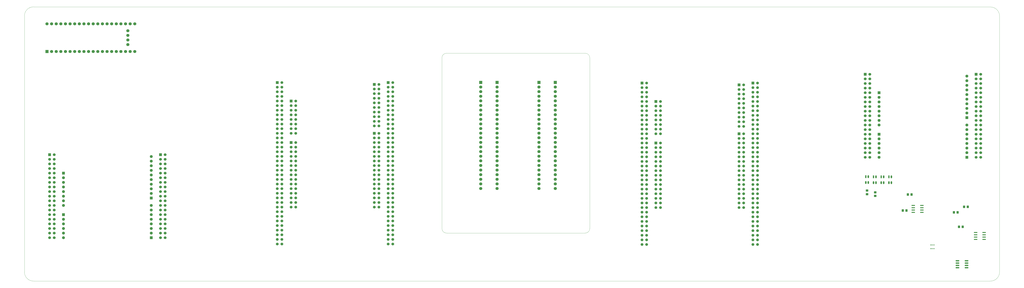
<source format=gbr>
%TF.GenerationSoftware,KiCad,Pcbnew,9.0.0+dfsg-1*%
%TF.CreationDate,2025-06-19T15:00:09-07:00*%
%TF.ProjectId,signalmesh,7369676e-616c-46d6-9573-682e6b696361,rev?*%
%TF.SameCoordinates,Original*%
%TF.FileFunction,Copper,L1,Top*%
%TF.FilePolarity,Positive*%
%FSLAX46Y46*%
G04 Gerber Fmt 4.6, Leading zero omitted, Abs format (unit mm)*
G04 Created by KiCad (PCBNEW 9.0.0+dfsg-1) date 2025-06-19 15:00:09*
%MOMM*%
%LPD*%
G01*
G04 APERTURE LIST*
G04 Aperture macros list*
%AMRoundRect*
0 Rectangle with rounded corners*
0 $1 Rounding radius*
0 $2 $3 $4 $5 $6 $7 $8 $9 X,Y pos of 4 corners*
0 Add a 4 corners polygon primitive as box body*
4,1,4,$2,$3,$4,$5,$6,$7,$8,$9,$2,$3,0*
0 Add four circle primitives for the rounded corners*
1,1,$1+$1,$2,$3*
1,1,$1+$1,$4,$5*
1,1,$1+$1,$6,$7*
1,1,$1+$1,$8,$9*
0 Add four rect primitives between the rounded corners*
20,1,$1+$1,$2,$3,$4,$5,0*
20,1,$1+$1,$4,$5,$6,$7,0*
20,1,$1+$1,$6,$7,$8,$9,0*
20,1,$1+$1,$8,$9,$2,$3,0*%
G04 Aperture macros list end*
%TA.AperFunction,SMDPad,CuDef*%
%ADD10RoundRect,0.250000X-0.350000X-0.450000X0.350000X-0.450000X0.350000X0.450000X-0.350000X0.450000X0*%
%TD*%
%TA.AperFunction,SMDPad,CuDef*%
%ADD11R,0.800000X1.600000*%
%TD*%
%TA.AperFunction,SMDPad,CuDef*%
%ADD12O,0.800000X1.600000*%
%TD*%
%TA.AperFunction,SMDPad,CuDef*%
%ADD13RoundRect,0.250000X0.450000X-0.350000X0.450000X0.350000X-0.450000X0.350000X-0.450000X-0.350000X0*%
%TD*%
%TA.AperFunction,SMDPad,CuDef*%
%ADD14RoundRect,0.250000X-0.450000X0.350000X-0.450000X-0.350000X0.450000X-0.350000X0.450000X0.350000X0*%
%TD*%
%TA.AperFunction,ComponentPad*%
%ADD15R,1.508000X1.508000*%
%TD*%
%TA.AperFunction,ComponentPad*%
%ADD16C,1.508000*%
%TD*%
%TA.AperFunction,SMDPad,CuDef*%
%ADD17R,0.350000X0.500000*%
%TD*%
%TA.AperFunction,ComponentPad*%
%ADD18R,1.700000X1.700000*%
%TD*%
%TA.AperFunction,ComponentPad*%
%ADD19C,1.700000*%
%TD*%
%TA.AperFunction,ComponentPad*%
%ADD20R,1.605000X1.605000*%
%TD*%
%TA.AperFunction,ComponentPad*%
%ADD21C,1.605000*%
%TD*%
%TA.AperFunction,ComponentPad*%
%ADD22R,1.530000X1.530000*%
%TD*%
%TA.AperFunction,ComponentPad*%
%ADD23C,1.530000*%
%TD*%
%TA.AperFunction,SMDPad,CuDef*%
%ADD24R,1.981200X0.558800*%
%TD*%
%TA.AperFunction,SMDPad,CuDef*%
%ADD25RoundRect,0.150000X-0.825000X-0.150000X0.825000X-0.150000X0.825000X0.150000X-0.825000X0.150000X0*%
%TD*%
%TA.AperFunction,Profile*%
%ADD26C,0.050000*%
%TD*%
G04 APERTURE END LIST*
D10*
%TO.P,R12,1*%
%TO.N,I2C1_SDA_TDM*%
X540120129Y-163000000D03*
%TO.P,R12,2*%
%TO.N,5V_TDM*%
X542120129Y-163000000D03*
%TD*%
D11*
%TO.P,D2,1,K*%
%TO.N,GND*%
X495860000Y-143500000D03*
D12*
%TO.P,D2,2,A*%
%TO.N,Net-(D2-A)*%
X495860000Y-146700000D03*
%TO.P,D2,3*%
%TO.N,N/C*%
X497260000Y-143500000D03*
%TO.P,D2,4*%
X497260000Y-146700000D03*
%TD*%
D13*
%TO.P,R17,1*%
%TO.N,Net-(D2-A)*%
X496860000Y-154000000D03*
%TO.P,R17,2*%
%TO.N,LEDWARN_TDM*%
X496860000Y-152000000D03*
%TD*%
D14*
%TO.P,R16,1*%
%TO.N,Net-(D1-A)*%
X492360000Y-151000000D03*
%TO.P,R16,2*%
%TO.N,LEDOK_TDM*%
X492360000Y-153000000D03*
%TD*%
D15*
%TO.P,U1,CN7_1*%
%TO.N,N/C*%
X221460000Y-92556000D03*
D16*
%TO.P,U1,CN7_2*%
X224000000Y-92556000D03*
%TO.P,U1,CN7_3*%
X221460000Y-95096000D03*
%TO.P,U1,CN7_4*%
X224000000Y-95096000D03*
%TO.P,U1,CN7_5*%
X221460000Y-97636000D03*
%TO.P,U1,CN7_6*%
X224000000Y-97636000D03*
%TO.P,U1,CN7_7*%
X221460000Y-100176000D03*
%TO.P,U1,CN7_8*%
X224000000Y-100176000D03*
%TO.P,U1,CN7_9*%
X221460000Y-102716000D03*
%TO.P,U1,CN7_10*%
X224000000Y-102716000D03*
%TO.P,U1,CN7_11*%
X221460000Y-105256000D03*
%TO.P,U1,CN7_12*%
X224000000Y-105256000D03*
%TO.P,U1,CN7_13*%
X221460000Y-107796000D03*
%TO.P,U1,CN7_14*%
X224000000Y-107796000D03*
%TO.P,U1,CN7_15*%
X221460000Y-110336000D03*
%TO.P,U1,CN7_16*%
X224000000Y-110336000D03*
%TO.P,U1,CN7_17*%
X221460000Y-112876000D03*
%TO.P,U1,CN7_18*%
X224000000Y-112876000D03*
%TO.P,U1,CN7_19*%
X221460000Y-115416000D03*
%TO.P,U1,CN7_20*%
X224000000Y-115416000D03*
D15*
%TO.P,U1,CN8_1*%
X175740000Y-101700000D03*
D16*
%TO.P,U1,CN8_2*%
X178280000Y-101700000D03*
%TO.P,U1,CN8_3*%
X175740000Y-104240000D03*
%TO.P,U1,CN8_4*%
X178280000Y-104240000D03*
%TO.P,U1,CN8_5*%
X175740000Y-106780000D03*
%TO.P,U1,CN8_6*%
X178280000Y-106780000D03*
%TO.P,U1,CN8_7*%
X175740000Y-109320000D03*
%TO.P,U1,CN8_8*%
X178280000Y-109320000D03*
%TO.P,U1,CN8_9*%
X175740000Y-111860000D03*
%TO.P,U1,CN8_10*%
X178280000Y-111860000D03*
%TO.P,U1,CN8_11*%
X175740000Y-114400000D03*
%TO.P,U1,CN8_12*%
X178280000Y-114400000D03*
%TO.P,U1,CN8_13*%
X175740000Y-116940000D03*
%TO.P,U1,CN8_14*%
X178280000Y-116940000D03*
%TO.P,U1,CN8_15*%
X175740000Y-119480000D03*
%TO.P,U1,CN8_16*%
X178280000Y-119480000D03*
D15*
%TO.P,U1,CN9_1*%
X175740000Y-124560000D03*
D16*
%TO.P,U1,CN9_2*%
X178280000Y-124560000D03*
%TO.P,U1,CN9_3*%
X175740000Y-127100000D03*
%TO.P,U1,CN9_4*%
X178280000Y-127100000D03*
%TO.P,U1,CN9_5*%
X175740000Y-129640000D03*
%TO.P,U1,CN9_6*%
X178280000Y-129640000D03*
%TO.P,U1,CN9_7*%
X175740000Y-132180000D03*
%TO.P,U1,CN9_8*%
X178280000Y-132180000D03*
%TO.P,U1,CN9_9*%
X175740000Y-134720000D03*
%TO.P,U1,CN9_10*%
X178280000Y-134720000D03*
%TO.P,U1,CN9_11*%
X175740000Y-137260000D03*
%TO.P,U1,CN9_12*%
X178280000Y-137260000D03*
%TO.P,U1,CN9_13*%
X175740000Y-139800000D03*
%TO.P,U1,CN9_14*%
X178280000Y-139800000D03*
%TO.P,U1,CN9_15*%
X175740000Y-142340000D03*
%TO.P,U1,CN9_16*%
X178280000Y-142340000D03*
%TO.P,U1,CN9_17*%
X175740000Y-144880000D03*
%TO.P,U1,CN9_18*%
X178280000Y-144880000D03*
%TO.P,U1,CN9_19*%
X175740000Y-147420000D03*
%TO.P,U1,CN9_20*%
X178280000Y-147420000D03*
%TO.P,U1,CN9_21*%
X175740000Y-149960000D03*
%TO.P,U1,CN9_22*%
X178280000Y-149960000D03*
%TO.P,U1,CN9_23*%
X175740000Y-152500000D03*
%TO.P,U1,CN9_24*%
X178280000Y-152500000D03*
%TO.P,U1,CN9_25*%
X175740000Y-155040000D03*
%TO.P,U1,CN9_26*%
X178280000Y-155040000D03*
%TO.P,U1,CN9_27*%
X175740000Y-157580000D03*
%TO.P,U1,CN9_28*%
X178280000Y-157580000D03*
%TO.P,U1,CN9_29*%
X175740000Y-160120000D03*
%TO.P,U1,CN9_30*%
X178280000Y-160120000D03*
D15*
%TO.P,U1,CN10_1*%
X221460000Y-119480000D03*
D16*
%TO.P,U1,CN10_2*%
X224000000Y-119480000D03*
%TO.P,U1,CN10_3*%
X221460000Y-122020000D03*
%TO.P,U1,CN10_4*%
X224000000Y-122020000D03*
%TO.P,U1,CN10_5*%
X221460000Y-124560000D03*
%TO.P,U1,CN10_6*%
X224000000Y-124560000D03*
%TO.P,U1,CN10_7*%
X221460000Y-127100000D03*
%TO.P,U1,CN10_8*%
X224000000Y-127100000D03*
%TO.P,U1,CN10_9*%
X221460000Y-129640000D03*
%TO.P,U1,CN10_10*%
X224000000Y-129640000D03*
%TO.P,U1,CN10_11*%
X221460000Y-132180000D03*
%TO.P,U1,CN10_12*%
X224000000Y-132180000D03*
%TO.P,U1,CN10_13*%
X221460000Y-134720000D03*
%TO.P,U1,CN10_14*%
X224000000Y-134720000D03*
%TO.P,U1,CN10_15*%
X221460000Y-137260000D03*
%TO.P,U1,CN10_16*%
X224000000Y-137260000D03*
%TO.P,U1,CN10_17*%
X221460000Y-139800000D03*
%TO.P,U1,CN10_18*%
X224000000Y-139800000D03*
%TO.P,U1,CN10_19*%
X221460000Y-142340000D03*
%TO.P,U1,CN10_20*%
X224000000Y-142340000D03*
%TO.P,U1,CN10_21*%
X221460000Y-144880000D03*
%TO.P,U1,CN10_22*%
X224000000Y-144880000D03*
%TO.P,U1,CN10_23*%
X221460000Y-147420000D03*
%TO.P,U1,CN10_24*%
X224000000Y-147420000D03*
%TO.P,U1,CN10_25*%
X221460000Y-149960000D03*
%TO.P,U1,CN10_26*%
X224000000Y-149960000D03*
%TO.P,U1,CN10_27*%
X221460000Y-152500000D03*
%TO.P,U1,CN10_28*%
X224000000Y-152500000D03*
%TO.P,U1,CN10_29*%
X221460000Y-155040000D03*
%TO.P,U1,CN10_30*%
X224000000Y-155040000D03*
%TO.P,U1,CN10_31*%
X221460000Y-157580000D03*
%TO.P,U1,CN10_32*%
X224000000Y-157580000D03*
%TO.P,U1,CN10_33*%
X221460000Y-160120000D03*
%TO.P,U1,CN10_34*%
X224000000Y-160120000D03*
D15*
%TO.P,U1,CN11_1,PC10*%
%TO.N,unconnected-(U1A-PC10-PadCN11_1)*%
X168120000Y-91540000D03*
D16*
%TO.P,U1,CN11_2,PC11*%
%TO.N,unconnected-(U1A-PC11-PadCN11_2)*%
X170660000Y-91540000D03*
%TO.P,U1,CN11_3,PC12*%
%TO.N,unconnected-(U1A-PC12-PadCN11_3)*%
X168120000Y-94080000D03*
%TO.P,U1,CN11_4,PD2*%
%TO.N,unconnected-(U1A-PD2-PadCN11_4)*%
X170660000Y-94080000D03*
%TO.P,U1,CN11_5,3V3_VDD*%
%TO.N,unconnected-(U1A-3V3_VDD-PadCN11_5)*%
X168120000Y-96620000D03*
%TO.P,U1,CN11_6,5V_EXT*%
%TO.N,unconnected-(U1A-5V_EXT-PadCN11_6)*%
X170660000Y-96620000D03*
%TO.P,U1,CN11_7,BOOT0*%
%TO.N,unconnected-(U1A-BOOT0-PadCN11_7)*%
X168120000Y-99160000D03*
%TO.P,U1,CN11_8,GND_CN11*%
%TO.N,Net-(U1A-GND_CN11-PadCN11_19)*%
X170660000Y-99160000D03*
%TO.P,U1,CN11_9,PF6*%
%TO.N,unconnected-(U1A-PF6-PadCN11_9)*%
X168120000Y-101700000D03*
%TO.P,U1,CN11_10,NC*%
%TO.N,unconnected-(U1A-NC-PadCN11_10)*%
X170660000Y-101700000D03*
%TO.P,U1,CN11_11,PF7*%
%TO.N,unconnected-(U1A-PF7-PadCN11_11)*%
X168120000Y-104240000D03*
%TO.P,U1,CN11_12,IOREF*%
%TO.N,unconnected-(U1A-IOREF-PadCN11_12)*%
X170660000Y-104240000D03*
%TO.P,U1,CN11_13,PA13*%
%TO.N,unconnected-(U1A-PA13-PadCN11_13)*%
X168120000Y-106780000D03*
%TO.P,U1,CN11_14,NRST*%
%TO.N,unconnected-(U1A-NRST-PadCN11_14)*%
X170660000Y-106780000D03*
%TO.P,U1,CN11_15,PA14*%
%TO.N,unconnected-(U1A-PA14-PadCN11_15)*%
X168120000Y-109320000D03*
%TO.P,U1,CN11_16,3V3*%
%TO.N,unconnected-(U1A-3V3-PadCN11_16)*%
X170660000Y-109320000D03*
%TO.P,U1,CN11_17,PA15*%
%TO.N,unconnected-(U1A-PA15-PadCN11_17)*%
X168120000Y-111860000D03*
%TO.P,U1,CN11_18,5V*%
%TO.N,unconnected-(U1A-5V-PadCN11_18)*%
X170660000Y-111860000D03*
%TO.P,U1,CN11_19,GND_CN11*%
%TO.N,Net-(U1A-GND_CN11-PadCN11_19)*%
X168120000Y-114400000D03*
%TO.P,U1,CN11_20,GND_CN11*%
X170660000Y-114400000D03*
%TO.P,U1,CN11_21,PB7*%
%TO.N,unconnected-(U1A-PB7-PadCN11_21)*%
X168120000Y-116940000D03*
%TO.P,U1,CN11_22,GND_CN11*%
%TO.N,Net-(U1A-GND_CN11-PadCN11_19)*%
X170660000Y-116940000D03*
%TO.P,U1,CN11_23,PC13*%
%TO.N,unconnected-(U1A-PC13-PadCN11_23)*%
X168120000Y-119480000D03*
%TO.P,U1,CN11_24,VIN*%
%TO.N,unconnected-(U1A-VIN-PadCN11_24)*%
X170660000Y-119480000D03*
%TO.P,U1,CN11_25,PC14*%
%TO.N,unconnected-(U1A-PC14-PadCN11_25)*%
X168120000Y-122020000D03*
%TO.P,U1,CN11_26,NC*%
%TO.N,unconnected-(U1A-NC-PadCN11_26)*%
X170660000Y-122020000D03*
%TO.P,U1,CN11_27,PC15*%
%TO.N,unconnected-(U1A-PC15-PadCN11_27)*%
X168120000Y-124560000D03*
%TO.P,U1,CN11_28,PA0*%
%TO.N,unconnected-(U1A-PA0-PadCN11_28)*%
X170660000Y-124560000D03*
%TO.P,U1,CN11_29,PH0*%
%TO.N,unconnected-(U1A-PH0-PadCN11_29)*%
X168120000Y-127100000D03*
%TO.P,U1,CN11_30,PA1*%
%TO.N,unconnected-(U1A-PA1-PadCN11_30)*%
X170660000Y-127100000D03*
%TO.P,U1,CN11_31,PH1*%
%TO.N,unconnected-(U1A-PH1-PadCN11_31)*%
X168120000Y-129640000D03*
%TO.P,U1,CN11_32,PA4*%
%TO.N,unconnected-(U1A-PA4-PadCN11_32)*%
X170660000Y-129640000D03*
%TO.P,U1,CN11_33,VBAT*%
%TO.N,unconnected-(U1A-VBAT-PadCN11_33)*%
X168120000Y-132180000D03*
%TO.P,U1,CN11_34,PB0*%
%TO.N,unconnected-(U1A-PB0-PadCN11_34)*%
X170660000Y-132180000D03*
%TO.P,U1,CN11_35,PC2*%
%TO.N,unconnected-(U1A-PC2-PadCN11_35)*%
X168120000Y-134720000D03*
%TO.P,U1,CN11_36,PC1*%
%TO.N,unconnected-(U1A-PC1-PadCN11_36)*%
X170660000Y-134720000D03*
%TO.P,U1,CN11_37,PC3*%
%TO.N,unconnected-(U1A-PC3-PadCN11_37)*%
X168120000Y-137260000D03*
%TO.P,U1,CN11_38,PC0*%
%TO.N,unconnected-(U1A-PC0-PadCN11_38)*%
X170660000Y-137260000D03*
%TO.P,U1,CN11_39,PD4*%
%TO.N,unconnected-(U1A-PD4-PadCN11_39)*%
X168120000Y-139800000D03*
%TO.P,U1,CN11_40,PD3*%
%TO.N,unconnected-(U1A-PD3-PadCN11_40)*%
X170660000Y-139800000D03*
%TO.P,U1,CN11_41,PD5*%
%TO.N,unconnected-(U1A-PD5-PadCN11_41)*%
X168120000Y-142340000D03*
%TO.P,U1,CN11_42,PG2*%
%TO.N,unconnected-(U1A-PG2-PadCN11_42)*%
X170660000Y-142340000D03*
%TO.P,U1,CN11_43,PD6*%
%TO.N,unconnected-(U1A-PD6-PadCN11_43)*%
X168120000Y-144880000D03*
%TO.P,U1,CN11_44,PG3*%
%TO.N,unconnected-(U1A-PG3-PadCN11_44)*%
X170660000Y-144880000D03*
%TO.P,U1,CN11_45,PD7*%
%TO.N,unconnected-(U1A-PD7-PadCN11_45)*%
X168120000Y-147420000D03*
%TO.P,U1,CN11_46,PE2*%
%TO.N,unconnected-(U1A-PE2-PadCN11_46)*%
X170660000Y-147420000D03*
%TO.P,U1,CN11_47,PE3*%
%TO.N,unconnected-(U1A-PE3-PadCN11_47)*%
X168120000Y-149960000D03*
%TO.P,U1,CN11_48,PE4*%
%TO.N,unconnected-(U1A-PE4-PadCN11_48)*%
X170660000Y-149960000D03*
%TO.P,U1,CN11_49,GND_CN11*%
%TO.N,Net-(U1A-GND_CN11-PadCN11_19)*%
X168120000Y-152500000D03*
%TO.P,U1,CN11_50,PE5*%
%TO.N,unconnected-(U1A-PE5-PadCN11_50)*%
X170660000Y-152500000D03*
%TO.P,U1,CN11_51,PF1*%
%TO.N,unconnected-(U1A-PF1-PadCN11_51)*%
X168120000Y-155040000D03*
%TO.P,U1,CN11_52,PF2*%
%TO.N,unconnected-(U1A-PF2-PadCN11_52)*%
X170660000Y-155040000D03*
%TO.P,U1,CN11_53,PF0*%
%TO.N,unconnected-(U1A-PF0-PadCN11_53)*%
X168120000Y-157580000D03*
%TO.P,U1,CN11_54,PF8*%
%TO.N,unconnected-(U1A-PF8-PadCN11_54)*%
X170660000Y-157580000D03*
%TO.P,U1,CN11_55,PD1*%
%TO.N,unconnected-(U1A-PD1-PadCN11_55)*%
X168120000Y-160120000D03*
%TO.P,U1,CN11_56,PF9*%
%TO.N,unconnected-(U1A-PF9-PadCN11_56)*%
X170660000Y-160120000D03*
%TO.P,U1,CN11_57,PD0*%
%TO.N,unconnected-(U1A-PD0-PadCN11_57)*%
X168120000Y-162660000D03*
%TO.P,U1,CN11_58,PG1*%
%TO.N,unconnected-(U1A-PG1-PadCN11_58)*%
X170660000Y-162660000D03*
%TO.P,U1,CN11_59,PG0*%
%TO.N,unconnected-(U1A-PG0-PadCN11_59)*%
X168120000Y-165200000D03*
%TO.P,U1,CN11_60,GND_CN11*%
%TO.N,Net-(U1A-GND_CN11-PadCN11_19)*%
X170660000Y-165200000D03*
%TO.P,U1,CN11_61,PE1*%
%TO.N,unconnected-(U1A-PE1-PadCN11_61)*%
X168120000Y-167740000D03*
%TO.P,U1,CN11_62,PE6*%
%TO.N,unconnected-(U1A-PE6-PadCN11_62)*%
X170660000Y-167740000D03*
%TO.P,U1,CN11_63,PG9*%
%TO.N,unconnected-(U1A-PG9-PadCN11_63)*%
X168120000Y-170280000D03*
%TO.P,U1,CN11_64,PG15*%
%TO.N,unconnected-(U1A-PG15-PadCN11_64)*%
X170660000Y-170280000D03*
%TO.P,U1,CN11_65,PG12*%
%TO.N,unconnected-(U1A-PG12-PadCN11_65)*%
X168120000Y-172820000D03*
%TO.P,U1,CN11_66,PG10*%
%TO.N,unconnected-(U1A-PG10-PadCN11_66)*%
X170660000Y-172820000D03*
%TO.P,U1,CN11_67,NC*%
%TO.N,unconnected-(U1A-NC-PadCN11_67)*%
X168120000Y-175360000D03*
%TO.P,U1,CN11_68,PG13*%
%TO.N,unconnected-(U1A-PG13-PadCN11_68)*%
X170660000Y-175360000D03*
%TO.P,U1,CN11_69,PD9*%
%TO.N,unconnected-(U1A-PD9-PadCN11_69)*%
X168120000Y-177900000D03*
%TO.P,U1,CN11_70,PG11*%
%TO.N,unconnected-(U1A-PG11-PadCN11_70)*%
X170660000Y-177900000D03*
%TO.P,U1,CN11_71,GND_CN11*%
%TO.N,Net-(U1A-GND_CN11-PadCN11_19)*%
X168120000Y-180440000D03*
%TO.P,U1,CN11_72,GND_CN11*%
X170660000Y-180440000D03*
D15*
%TO.P,U1,CN12_1*%
%TO.N,N/C*%
X229080000Y-91560000D03*
D16*
%TO.P,U1,CN12_2*%
X231620000Y-91560000D03*
%TO.P,U1,CN12_3*%
X229080000Y-94100000D03*
%TO.P,U1,CN12_4*%
X231620000Y-94100000D03*
%TO.P,U1,CN12_5*%
X229080000Y-96640000D03*
%TO.P,U1,CN12_6*%
X231620000Y-96640000D03*
%TO.P,U1,CN12_7*%
X229080000Y-99180000D03*
%TO.P,U1,CN12_8*%
X231620000Y-99180000D03*
%TO.P,U1,CN12_9*%
X229080000Y-101720000D03*
%TO.P,U1,CN12_10*%
X231620000Y-101720000D03*
%TO.P,U1,CN12_11*%
X229080000Y-104260000D03*
%TO.P,U1,CN12_12*%
X231620000Y-104260000D03*
%TO.P,U1,CN12_13*%
X229080000Y-106800000D03*
%TO.P,U1,CN12_14*%
X231620000Y-106800000D03*
%TO.P,U1,CN12_15*%
X229080000Y-109340000D03*
%TO.P,U1,CN12_16*%
X231620000Y-109340000D03*
%TO.P,U1,CN12_17*%
X229080000Y-111880000D03*
%TO.P,U1,CN12_18*%
X231620000Y-111880000D03*
%TO.P,U1,CN12_19*%
X229080000Y-114420000D03*
%TO.P,U1,CN12_20*%
X231620000Y-114420000D03*
%TO.P,U1,CN12_21*%
X229080000Y-116960000D03*
%TO.P,U1,CN12_22*%
X231620000Y-116960000D03*
%TO.P,U1,CN12_23*%
X229080000Y-119500000D03*
%TO.P,U1,CN12_24*%
X231620000Y-119500000D03*
%TO.P,U1,CN12_25*%
X229080000Y-122040000D03*
%TO.P,U1,CN12_26*%
X231620000Y-122040000D03*
%TO.P,U1,CN12_27*%
X229080000Y-124580000D03*
%TO.P,U1,CN12_28*%
X231620000Y-124580000D03*
%TO.P,U1,CN12_29*%
X229080000Y-127120000D03*
%TO.P,U1,CN12_30*%
X231620000Y-127120000D03*
%TO.P,U1,CN12_31*%
X229080000Y-129660000D03*
%TO.P,U1,CN12_32*%
X231620000Y-129660000D03*
%TO.P,U1,CN12_33*%
X229080000Y-132200000D03*
%TO.P,U1,CN12_34*%
X231620000Y-132200000D03*
%TO.P,U1,CN12_35*%
X229080000Y-134740000D03*
%TO.P,U1,CN12_36*%
X231620000Y-134740000D03*
%TO.P,U1,CN12_37*%
X229080000Y-137280000D03*
%TO.P,U1,CN12_38*%
X231620000Y-137280000D03*
%TO.P,U1,CN12_39*%
X229080000Y-139820000D03*
%TO.P,U1,CN12_40*%
X231620000Y-139820000D03*
%TO.P,U1,CN12_41*%
X229080000Y-142360000D03*
%TO.P,U1,CN12_42*%
X231620000Y-142360000D03*
%TO.P,U1,CN12_43*%
X229080000Y-144900000D03*
%TO.P,U1,CN12_44*%
X231620000Y-144900000D03*
%TO.P,U1,CN12_45*%
X229080000Y-147440000D03*
%TO.P,U1,CN12_46*%
X231620000Y-147440000D03*
%TO.P,U1,CN12_47*%
X229080000Y-149980000D03*
%TO.P,U1,CN12_48*%
X231620000Y-149980000D03*
%TO.P,U1,CN12_49*%
X229080000Y-152520000D03*
%TO.P,U1,CN12_50*%
X231620000Y-152520000D03*
%TO.P,U1,CN12_51*%
X229080000Y-155060000D03*
%TO.P,U1,CN12_52*%
X231620000Y-155060000D03*
%TO.P,U1,CN12_53*%
X229080000Y-157600000D03*
%TO.P,U1,CN12_54*%
X231620000Y-157600000D03*
%TO.P,U1,CN12_55*%
X229080000Y-160140000D03*
%TO.P,U1,CN12_56*%
X231620000Y-160140000D03*
%TO.P,U1,CN12_57*%
X229080000Y-162680000D03*
%TO.P,U1,CN12_58*%
X231620000Y-162680000D03*
%TO.P,U1,CN12_59*%
X229080000Y-165220000D03*
%TO.P,U1,CN12_60*%
X231620000Y-165220000D03*
%TO.P,U1,CN12_61*%
X229080000Y-167760000D03*
%TO.P,U1,CN12_62*%
X231620000Y-167760000D03*
%TO.P,U1,CN12_63*%
X229080000Y-170300000D03*
%TO.P,U1,CN12_64*%
X231620000Y-170300000D03*
%TO.P,U1,CN12_65*%
X229080000Y-172840000D03*
%TO.P,U1,CN12_66*%
X231620000Y-172840000D03*
%TO.P,U1,CN12_67*%
X229080000Y-175380000D03*
%TO.P,U1,CN12_68*%
X231620000Y-175380000D03*
%TO.P,U1,CN12_69*%
X229080000Y-177920000D03*
%TO.P,U1,CN12_70*%
X231620000Y-177920000D03*
%TO.P,U1,CN12_71*%
X229080000Y-180460000D03*
%TO.P,U1,CN12_72*%
X231620000Y-180460000D03*
%TD*%
D17*
%TO.P,U6,1,GND*%
%TO.N,unconnected-(U6-GND-Pad1)*%
X527285300Y-180950000D03*
%TO.P,U6,2,CSB*%
%TO.N,unconnected-(U6-CSB-Pad2)*%
X527935300Y-180950000D03*
%TO.P,U6,3,SDI*%
%TO.N,unconnected-(U6-SDI-Pad3)*%
X528585300Y-180950000D03*
%TO.P,U6,4,SCK*%
%TO.N,I2C1_SCL_TDM*%
X529235300Y-180950000D03*
%TO.P,U6,5,SDO*%
%TO.N,I2C1_SDA_TDM*%
X529235300Y-183000000D03*
%TO.P,U6,6,VDDIO*%
%TO.N,unconnected-(U6-VDDIO-Pad6)*%
X528585300Y-183000000D03*
%TO.P,U6,7,GND*%
%TO.N,GND*%
X527935300Y-183000000D03*
%TO.P,U6,8,VDD*%
%TO.N,VDD_TDM*%
X527285300Y-183000000D03*
%TD*%
D18*
%TO.P,J9,1,Pin_1*%
%TO.N,Net-(J2-Pin_1)*%
X321000000Y-91460000D03*
D19*
%TO.P,J9,2,Pin_2*%
%TO.N,Net-(J2-Pin_2)*%
X321000000Y-94000000D03*
%TO.P,J9,3,Pin_3*%
%TO.N,Net-(J2-Pin_3)*%
X321000000Y-96540000D03*
%TO.P,J9,4,Pin_4*%
%TO.N,Net-(J2-Pin_4)*%
X321000000Y-99080000D03*
%TO.P,J9,5,Pin_5*%
%TO.N,Net-(J2-Pin_5)*%
X321000000Y-101620000D03*
%TO.P,J9,6,Pin_6*%
%TO.N,Net-(J2-Pin_6)*%
X321000000Y-104160000D03*
%TO.P,J9,7,Pin_7*%
%TO.N,Net-(J2-Pin_7)*%
X321000000Y-106700000D03*
%TO.P,J9,8,Pin_8*%
%TO.N,Net-(J2-Pin_8)*%
X321000000Y-109240000D03*
%TO.P,J9,9,Pin_9*%
%TO.N,Net-(J2-Pin_9)*%
X321000000Y-111780000D03*
%TO.P,J9,10,Pin_10*%
%TO.N,IOT37A_PMOD1.8*%
X321000000Y-114320000D03*
%TO.P,J9,11,Pin_11*%
%TO.N,IOT37B_PMOD1.7*%
X321000000Y-116860000D03*
%TO.P,J9,12,Pin_12*%
%TO.N,unconnected-(J9-Pin_12-Pad12)*%
X321000000Y-119400000D03*
%TO.P,J9,13,Pin_13*%
%TO.N,unconnected-(J9-Pin_13-Pad13)*%
X321000000Y-121940000D03*
%TO.P,J9,14,Pin_14*%
%TO.N,unconnected-(J9-Pin_14-Pad14)*%
X321000000Y-124480000D03*
%TO.P,J9,15,Pin_15*%
%TO.N,unconnected-(J9-Pin_15-Pad15)*%
X321000000Y-127020000D03*
%TO.P,J9,16,Pin_16*%
%TO.N,unconnected-(J9-Pin_16-Pad16)*%
X321000000Y-129560000D03*
%TO.P,J9,17,Pin_17*%
%TO.N,unconnected-(J9-Pin_17-Pad17)*%
X321000000Y-132100000D03*
%TO.P,J9,18,Pin_18*%
%TO.N,5V_ACM*%
X321000000Y-134640000D03*
%TO.P,J9,19,Pin_19*%
%TO.N,IOR24B_PMOD1.6*%
X321000000Y-137180000D03*
%TO.P,J9,20,Pin_20*%
%TO.N,IOR24A_PMOD1.5*%
X321000000Y-139720000D03*
%TO.P,J9,21,Pin_21*%
%TO.N,IOB15A_PMOD4.2*%
X321000000Y-142260000D03*
%TO.P,J9,22,Pin_22*%
%TO.N,IOB15B_PMOD4.1*%
X321000000Y-144800000D03*
%TO.P,J9,23,Pin_23*%
%TO.N,GND*%
X321000000Y-147340000D03*
%TO.P,J9,24,Pin_24*%
%TO.N,3V3_ACM*%
X321000000Y-149880000D03*
%TD*%
D10*
%TO.P,R10,1*%
%TO.N,Net-(D1-A)*%
X545720043Y-160000000D03*
%TO.P,R10,2*%
%TO.N,5V_TDM*%
X547720043Y-160000000D03*
%TD*%
D11*
%TO.P,D4,1,K*%
%TO.N,GND*%
X504360000Y-143500000D03*
D12*
%TO.P,D4,2,A*%
%TO.N,Net-(D4-A)*%
X504360000Y-146700000D03*
%TO.P,D4,3*%
%TO.N,N/C*%
X505760000Y-143500000D03*
%TO.P,D4,4*%
X505760000Y-146700000D03*
%TD*%
D18*
%TO.P,J1,1,Pin_1*%
%TO.N,IOB31B_PMOD1.4*%
X289000000Y-91500000D03*
D19*
%TO.P,J1,2,Pin_2*%
%TO.N,IOB31A_PMOD1.3*%
X289000000Y-94040000D03*
%TO.P,J1,3,Pin_3*%
%TO.N,IOB29B_PMOD1.2*%
X289000000Y-96580000D03*
%TO.P,J1,4,Pin_4*%
%TO.N,IOB33A_PMOD1.1*%
X289000000Y-99120000D03*
%TO.P,J1,5,Pin_5*%
%TO.N,IOB8A_PMOD2.4*%
X289000000Y-101660000D03*
%TO.P,J1,6,Pin_6*%
%TO.N,IOB8B_PMOD2.3*%
X289000000Y-104200000D03*
%TO.P,J1,7,Pin_7*%
%TO.N,IOB11A_PMOD2.2*%
X289000000Y-106740000D03*
%TO.P,J1,8,Pin_8*%
%TO.N,IOB11B_PMOD2.1*%
X289000000Y-109280000D03*
%TO.P,J1,9,Pin_9*%
%TO.N,IOB13A_PMOD2.8*%
X289000000Y-111820000D03*
%TO.P,J1,10,Pin_10*%
%TO.N,IOB13B_PMOD2.7*%
X289000000Y-114360000D03*
%TO.P,J1,11,Pin_11*%
%TO.N,IOB23A_PMOD2.6*%
X289000000Y-116900000D03*
%TO.P,J1,12,Pin_12*%
%TO.N,IOB23B_PMOD2.5*%
X289000000Y-119440000D03*
%TO.P,J1,13,Pin_13*%
%TO.N,IOB33B_PMOD3.4*%
X289000000Y-121980000D03*
%TO.P,J1,14,Pin_14*%
%TO.N,IOB29A_PMOD3.3*%
X289000000Y-124520000D03*
%TO.P,J1,15,Pin_15*%
%TO.N,IOB41A_PMOD3.2*%
X289000000Y-127060000D03*
%TO.P,J1,16,Pin_16*%
%TO.N,IOB41B_PMOD3.1*%
X289000000Y-129600000D03*
%TO.P,J1,17,Pin_17*%
%TO.N,IOR17B_PMOD3.8*%
X289000000Y-132140000D03*
%TO.P,J1,18,Pin_18*%
%TO.N,IOR15B_PMOD3.7*%
X289000000Y-134680000D03*
%TO.P,J1,19,Pin_19*%
%TO.N,IOR15A_PMOD3.6*%
X289000000Y-137220000D03*
%TO.P,J1,20,Pin_20*%
%TO.N,IOR14B_PMOD3.5*%
X289000000Y-139760000D03*
%TO.P,J1,21,Pin_21*%
%TO.N,IOR14A_PMOD4.4*%
X289000000Y-142300000D03*
%TO.P,J1,22,Pin_22*%
%TO.N,IOR13A_PMOD4.3*%
X289000000Y-144840000D03*
%TO.P,J1,23,Pin_23*%
%TO.N,unconnected-(J1-Pin_23-Pad23)*%
X289000000Y-147380000D03*
%TO.P,J1,24,Pin_24*%
%TO.N,unconnected-(J1-Pin_24-Pad24)*%
X289000000Y-149920000D03*
%TD*%
D10*
%TO.P,R18,1*%
%TO.N,Net-(D3-A)*%
X512009914Y-162050000D03*
%TO.P,R18,2*%
%TO.N,LEDFAIL_TDM*%
X514009914Y-162050000D03*
%TD*%
D18*
%TO.P,J8,1,Pin_1*%
%TO.N,IOB31B_PMOD1.4*%
X280000000Y-91500000D03*
D19*
%TO.P,J8,2,Pin_2*%
%TO.N,IOB31A_PMOD1.3*%
X280000000Y-94040000D03*
%TO.P,J8,3,Pin_3*%
%TO.N,IOB29B_PMOD1.2*%
X280000000Y-96580000D03*
%TO.P,J8,4,Pin_4*%
%TO.N,IOB33A_PMOD1.1*%
X280000000Y-99120000D03*
%TO.P,J8,5,Pin_5*%
%TO.N,IOB8A_PMOD2.4*%
X280000000Y-101660000D03*
%TO.P,J8,6,Pin_6*%
%TO.N,IOB8B_PMOD2.3*%
X280000000Y-104200000D03*
%TO.P,J8,7,Pin_7*%
%TO.N,IOB11A_PMOD2.2*%
X280000000Y-106740000D03*
%TO.P,J8,8,Pin_8*%
%TO.N,IOB11B_PMOD2.1*%
X280000000Y-109280000D03*
%TO.P,J8,9,Pin_9*%
%TO.N,IOB13A_PMOD2.8*%
X280000000Y-111820000D03*
%TO.P,J8,10,Pin_10*%
%TO.N,IOB13B_PMOD2.7*%
X280000000Y-114360000D03*
%TO.P,J8,11,Pin_11*%
%TO.N,IOB23A_PMOD2.6*%
X280000000Y-116900000D03*
%TO.P,J8,12,Pin_12*%
%TO.N,IOB23B_PMOD2.5*%
X280000000Y-119440000D03*
%TO.P,J8,13,Pin_13*%
%TO.N,IOB33B_PMOD3.4*%
X280000000Y-121980000D03*
%TO.P,J8,14,Pin_14*%
%TO.N,IOB29A_PMOD3.3*%
X280000000Y-124520000D03*
%TO.P,J8,15,Pin_15*%
%TO.N,IOB41A_PMOD3.2*%
X280000000Y-127060000D03*
%TO.P,J8,16,Pin_16*%
%TO.N,IOB41B_PMOD3.1*%
X280000000Y-129600000D03*
%TO.P,J8,17,Pin_17*%
%TO.N,IOR17B_PMOD3.8*%
X280000000Y-132140000D03*
%TO.P,J8,18,Pin_18*%
%TO.N,IOR15B_PMOD3.7*%
X280000000Y-134680000D03*
%TO.P,J8,19,Pin_19*%
%TO.N,IOR15A_PMOD3.6*%
X280000000Y-137220000D03*
%TO.P,J8,20,Pin_20*%
%TO.N,IOR14B_PMOD3.5*%
X280000000Y-139760000D03*
%TO.P,J8,21,Pin_21*%
%TO.N,IOR14A_PMOD4.4*%
X280000000Y-142300000D03*
%TO.P,J8,22,Pin_22*%
%TO.N,IOR13A_PMOD4.3*%
X280000000Y-144840000D03*
%TO.P,J8,23,Pin_23*%
%TO.N,unconnected-(J8-Pin_23-Pad23)*%
X280000000Y-147380000D03*
%TO.P,J8,24,Pin_24*%
%TO.N,unconnected-(J8-Pin_24-Pad24)*%
X280000000Y-149920000D03*
%TD*%
D10*
%TO.P,R15,1*%
%TO.N,Net-(D4-A)*%
X514809871Y-153200000D03*
%TO.P,R15,2*%
%TO.N,VDD_TDM*%
X516809871Y-153200000D03*
%TD*%
D11*
%TO.P,D3,1,K*%
%TO.N,GND*%
X500105086Y-143500000D03*
D12*
%TO.P,D3,2,A*%
%TO.N,Net-(D3-A)*%
X500105086Y-146700000D03*
%TO.P,D3,3*%
%TO.N,N/C*%
X501505086Y-143500000D03*
%TO.P,D3,4*%
X501505086Y-146700000D03*
%TD*%
D18*
%TO.P,J2,1,Pin_1*%
%TO.N,Net-(J2-Pin_1)*%
X312000000Y-91500000D03*
D19*
%TO.P,J2,2,Pin_2*%
%TO.N,Net-(J2-Pin_2)*%
X312000000Y-94040000D03*
%TO.P,J2,3,Pin_3*%
%TO.N,Net-(J2-Pin_3)*%
X312000000Y-96580000D03*
%TO.P,J2,4,Pin_4*%
%TO.N,Net-(J2-Pin_4)*%
X312000000Y-99120000D03*
%TO.P,J2,5,Pin_5*%
%TO.N,Net-(J2-Pin_5)*%
X312000000Y-101660000D03*
%TO.P,J2,6,Pin_6*%
%TO.N,Net-(J2-Pin_6)*%
X312000000Y-104200000D03*
%TO.P,J2,7,Pin_7*%
%TO.N,Net-(J2-Pin_7)*%
X312000000Y-106740000D03*
%TO.P,J2,8,Pin_8*%
%TO.N,Net-(J2-Pin_8)*%
X312000000Y-109280000D03*
%TO.P,J2,9,Pin_9*%
%TO.N,Net-(J2-Pin_9)*%
X312000000Y-111820000D03*
%TO.P,J2,10,Pin_10*%
%TO.N,IOT37A_PMOD1.8*%
X312000000Y-114360000D03*
%TO.P,J2,11,Pin_11*%
%TO.N,IOT37B_PMOD1.7*%
X312000000Y-116900000D03*
%TO.P,J2,12,Pin_12*%
%TO.N,unconnected-(J2-Pin_12-Pad12)*%
X312000000Y-119440000D03*
%TO.P,J2,13,Pin_13*%
%TO.N,unconnected-(J2-Pin_13-Pad13)*%
X312000000Y-121980000D03*
%TO.P,J2,14,Pin_14*%
%TO.N,unconnected-(J2-Pin_14-Pad14)*%
X312000000Y-124520000D03*
%TO.P,J2,15,Pin_15*%
%TO.N,unconnected-(J2-Pin_15-Pad15)*%
X312000000Y-127060000D03*
%TO.P,J2,16,Pin_16*%
%TO.N,unconnected-(J2-Pin_16-Pad16)*%
X312000000Y-129600000D03*
%TO.P,J2,17,Pin_17*%
%TO.N,unconnected-(J2-Pin_17-Pad17)*%
X312000000Y-132140000D03*
%TO.P,J2,18,Pin_18*%
%TO.N,5V_ACM*%
X312000000Y-134680000D03*
%TO.P,J2,19,Pin_19*%
%TO.N,IOR24B_PMOD1.6*%
X312000000Y-137220000D03*
%TO.P,J2,20,Pin_20*%
%TO.N,IOR24A_PMOD1.5*%
X312000000Y-139760000D03*
%TO.P,J2,21,Pin_21*%
%TO.N,IOB15A_PMOD4.2*%
X312000000Y-142300000D03*
%TO.P,J2,22,Pin_22*%
%TO.N,IOB15B_PMOD4.1*%
X312000000Y-144840000D03*
%TO.P,J2,23,Pin_23*%
%TO.N,GND*%
X312000000Y-147380000D03*
%TO.P,J2,24,Pin_24*%
%TO.N,3V3_ACM*%
X312000000Y-149920000D03*
%TD*%
D20*
%TO.P,U9,CN5_1*%
%TO.N,N/C*%
X547240000Y-110880000D03*
D21*
%TO.P,U9,CN5_2*%
X547240000Y-108340000D03*
%TO.P,U9,CN5_3*%
X547240000Y-105800000D03*
%TO.P,U9,CN5_4*%
X547240000Y-103260000D03*
%TO.P,U9,CN5_5*%
X547240000Y-100720000D03*
%TO.P,U9,CN5_6*%
X547240000Y-98180000D03*
%TO.P,U9,CN5_7*%
X547240000Y-95640000D03*
%TO.P,U9,CN5_8*%
X547240000Y-93100000D03*
%TO.P,U9,CN5_9*%
X547240000Y-90560000D03*
%TO.P,U9,CN5_10*%
X547240000Y-88020000D03*
D20*
%TO.P,U9,CN6_1*%
X498980000Y-97160000D03*
D21*
%TO.P,U9,CN6_2*%
X498980000Y-99700000D03*
%TO.P,U9,CN6_3*%
X498980000Y-102240000D03*
%TO.P,U9,CN6_4*%
X498980000Y-104780000D03*
%TO.P,U9,CN6_5*%
X498980000Y-107320000D03*
%TO.P,U9,CN6_6*%
X498980000Y-109860000D03*
%TO.P,U9,CN6_7*%
X498980000Y-112400000D03*
%TO.P,U9,CN6_8*%
X498980000Y-114940000D03*
D22*
%TO.P,U9,CN7_1*%
X491360000Y-87000000D03*
D23*
%TO.P,U9,CN7_2*%
X493900000Y-87000000D03*
%TO.P,U9,CN7_3*%
X491360000Y-89540000D03*
%TO.P,U9,CN7_4*%
X493900000Y-89540000D03*
%TO.P,U9,CN7_5*%
X491360000Y-92080000D03*
%TO.P,U9,CN7_6*%
X493900000Y-92080000D03*
%TO.P,U9,CN7_7*%
X491360000Y-94620000D03*
%TO.P,U9,CN7_8*%
X493900000Y-94620000D03*
%TO.P,U9,CN7_9*%
X491360000Y-97160000D03*
%TO.P,U9,CN7_10*%
X493900000Y-97160000D03*
%TO.P,U9,CN7_11*%
X491360000Y-99700000D03*
%TO.P,U9,CN7_12*%
X493900000Y-99700000D03*
%TO.P,U9,CN7_13*%
X491360000Y-102240000D03*
%TO.P,U9,CN7_14*%
X493900000Y-102240000D03*
%TO.P,U9,CN7_15*%
X491360000Y-104780000D03*
%TO.P,U9,CN7_16*%
X493900000Y-104780000D03*
%TO.P,U9,CN7_17*%
X491360000Y-107320000D03*
%TO.P,U9,CN7_18*%
X493900000Y-107320000D03*
%TO.P,U9,CN7_19*%
X491360000Y-109860000D03*
%TO.P,U9,CN7_20*%
X493900000Y-109860000D03*
%TO.P,U9,CN7_21*%
X491360000Y-112400000D03*
%TO.P,U9,CN7_22*%
X493900000Y-112400000D03*
%TO.P,U9,CN7_23*%
X491360000Y-114940000D03*
%TO.P,U9,CN7_24*%
X493900000Y-114940000D03*
%TO.P,U9,CN7_25*%
X491360000Y-117480000D03*
%TO.P,U9,CN7_26*%
X493900000Y-117480000D03*
%TO.P,U9,CN7_27*%
X491360000Y-120020000D03*
%TO.P,U9,CN7_28*%
X493900000Y-120020000D03*
%TO.P,U9,CN7_29*%
X491360000Y-122560000D03*
%TO.P,U9,CN7_30*%
X493900000Y-122560000D03*
%TO.P,U9,CN7_31*%
X491360000Y-125100000D03*
%TO.P,U9,CN7_32*%
X493900000Y-125100000D03*
%TO.P,U9,CN7_33*%
X491360000Y-127640000D03*
%TO.P,U9,CN7_34*%
X493900000Y-127640000D03*
%TO.P,U9,CN7_35*%
X491360000Y-130180000D03*
%TO.P,U9,CN7_36*%
X493900000Y-130180000D03*
%TO.P,U9,CN7_37*%
X491360000Y-132720000D03*
%TO.P,U9,CN7_38*%
X493900000Y-132720000D03*
D20*
%TO.P,U9,CN8_1*%
X498980000Y-120020000D03*
D21*
%TO.P,U9,CN8_2*%
X498980000Y-122560000D03*
%TO.P,U9,CN8_3*%
X498980000Y-125100000D03*
%TO.P,U9,CN8_4*%
X498980000Y-127640000D03*
%TO.P,U9,CN8_5*%
X498980000Y-130180000D03*
%TO.P,U9,CN8_6*%
X498980000Y-132720000D03*
D20*
%TO.P,U9,CN9_1*%
X547240000Y-132720000D03*
D21*
%TO.P,U9,CN9_2*%
X547240000Y-130180000D03*
%TO.P,U9,CN9_3*%
X547240000Y-127640000D03*
%TO.P,U9,CN9_4*%
X547240000Y-125100000D03*
%TO.P,U9,CN9_5*%
X547240000Y-122560000D03*
%TO.P,U9,CN9_6*%
X547240000Y-120020000D03*
%TO.P,U9,CN9_7*%
X547240000Y-117480000D03*
%TO.P,U9,CN9_8*%
X547240000Y-114940000D03*
D22*
%TO.P,U9,CN10_1,PC9*%
%TO.N,unconnected-(U9B-PC9-PadCN10_1)*%
X552320000Y-87000000D03*
D23*
%TO.P,U9,CN10_2,PC8*%
%TO.N,unconnected-(U9B-PC8-PadCN10_2)*%
X554860000Y-87000000D03*
%TO.P,U9,CN10_3,PB8*%
%TO.N,I2C1_SCL_TDM*%
X552320000Y-89540000D03*
%TO.P,U9,CN10_4,PC6*%
%TO.N,unconnected-(U9B-PC6-PadCN10_4)*%
X554860000Y-89540000D03*
%TO.P,U9,CN10_5,PB9*%
%TO.N,I2C1_SDA_TDM*%
X552320000Y-92080000D03*
%TO.P,U9,CN10_6,PC5*%
%TO.N,LEDFAIL_TDM*%
X554860000Y-92080000D03*
%TO.P,U9,CN10_7,AVDD*%
%TO.N,unconnected-(U9B-AVDD-PadCN10_7)*%
X552320000Y-94620000D03*
%TO.P,U9,CN10_8,U5V*%
%TO.N,5V_TDM*%
X554860000Y-94620000D03*
%TO.P,U9,CN10_9,CN10_GND*%
%TO.N,GND*%
X552320000Y-97160000D03*
%TO.P,U9,CN10_10*%
%TO.N,N/C*%
X554860000Y-97160000D03*
%TO.P,U9,CN10_11,PA5*%
%TO.N,LEDOK_TDM*%
X552320000Y-99700000D03*
%TO.P,U9,CN10_12,PA12*%
%TO.N,unconnected-(U9B-PA12-PadCN10_12)*%
X554860000Y-99700000D03*
%TO.P,U9,CN10_13,PA6*%
%TO.N,unconnected-(U9B-PA6-PadCN10_13)*%
X552320000Y-102240000D03*
%TO.P,U9,CN10_14,PA11*%
%TO.N,unconnected-(U9B-PA11-PadCN10_14)*%
X554860000Y-102240000D03*
%TO.P,U9,CN10_15,PA7*%
%TO.N,unconnected-(U9B-PA7-PadCN10_15)*%
X552320000Y-104780000D03*
%TO.P,U9,CN10_16,PB12*%
%TO.N,unconnected-(U9B-PB12-PadCN10_16)*%
X554860000Y-104780000D03*
%TO.P,U9,CN10_17,PB6*%
%TO.N,unconnected-(U9B-PB6-PadCN10_17)*%
X552320000Y-107320000D03*
%TO.P,U9,CN10_18*%
%TO.N,N/C*%
X554860000Y-107320000D03*
%TO.P,U9,CN10_19,PC7*%
%TO.N,unconnected-(U9B-PC7-PadCN10_19)*%
X552320000Y-109860000D03*
%TO.P,U9,CN10_20,CN10_GND*%
%TO.N,GND*%
X554860000Y-109860000D03*
%TO.P,U9,CN10_21,PA9*%
%TO.N,unconnected-(U9B-PA9-PadCN10_21)*%
X552320000Y-112400000D03*
%TO.P,U9,CN10_22,PB2*%
%TO.N,unconnected-(U9B-PB2-PadCN10_22)*%
X554860000Y-112400000D03*
%TO.P,U9,CN10_23,PA8*%
%TO.N,unconnected-(U9B-PA8-PadCN10_23)*%
X552320000Y-114940000D03*
%TO.P,U9,CN10_24,PB1*%
%TO.N,unconnected-(U9B-PB1-PadCN10_24)*%
X554860000Y-114940000D03*
%TO.P,U9,CN10_25,PB10*%
%TO.N,unconnected-(U9B-PB10-PadCN10_25)*%
X552320000Y-117480000D03*
%TO.P,U9,CN10_26,PB15*%
%TO.N,unconnected-(U9B-PB15-PadCN10_26)*%
X554860000Y-117480000D03*
%TO.P,U9,CN10_27,PB4*%
%TO.N,unconnected-(U9B-PB4-PadCN10_27)*%
X552320000Y-120020000D03*
%TO.P,U9,CN10_28,PB14*%
%TO.N,unconnected-(U9B-PB14-PadCN10_28)*%
X554860000Y-120020000D03*
%TO.P,U9,CN10_29,PB5*%
%TO.N,unconnected-(U9B-PB5-PadCN10_29)*%
X552320000Y-122560000D03*
%TO.P,U9,CN10_30,PB13*%
%TO.N,unconnected-(U9B-PB13-PadCN10_30)*%
X554860000Y-122560000D03*
%TO.P,U9,CN10_31,PB3*%
%TO.N,unconnected-(U9B-PB3-PadCN10_31)*%
X552320000Y-125100000D03*
%TO.P,U9,CN10_32,AGND*%
%TO.N,unconnected-(U9B-AGND-PadCN10_32)*%
X554860000Y-125100000D03*
%TO.P,U9,CN10_33,PA10*%
%TO.N,unconnected-(U9B-PA10-PadCN10_33)*%
X552320000Y-127640000D03*
%TO.P,U9,CN10_34,PC4*%
%TO.N,LEDWARN_TDM*%
X554860000Y-127640000D03*
%TO.P,U9,CN10_35,PA2*%
%TO.N,unconnected-(U9B-PA2-PadCN10_35)*%
X552320000Y-130180000D03*
%TO.P,U9,CN10_36*%
%TO.N,N/C*%
X554860000Y-130180000D03*
%TO.P,U9,CN10_37,PA3*%
%TO.N,unconnected-(U9B-PA3-PadCN10_37)*%
X552320000Y-132720000D03*
%TO.P,U9,CN10_38*%
%TO.N,N/C*%
X554860000Y-132720000D03*
%TD*%
D18*
%TO.P,U4,1,PB12*%
%TO.N,unconnected-(U4-PB12-Pad1)*%
X41550000Y-74500000D03*
D19*
%TO.P,U4,2,PB13*%
%TO.N,unconnected-(U4-PB13-Pad2)*%
X44090000Y-74500000D03*
%TO.P,U4,3,PB14*%
%TO.N,unconnected-(U4-PB14-Pad3)*%
X46630000Y-74500000D03*
%TO.P,U4,4,PB15*%
%TO.N,unconnected-(U4-PB15-Pad4)*%
X49170000Y-74500000D03*
%TO.P,U4,5,PA8*%
%TO.N,unconnected-(U4-PA8-Pad5)*%
X51710000Y-74500000D03*
%TO.P,U4,6,PA9*%
%TO.N,unconnected-(U4-PA9-Pad6)*%
X54250000Y-74500000D03*
%TO.P,U4,7,PA10*%
%TO.N,unconnected-(U4-PA10-Pad7)*%
X56790000Y-74500000D03*
%TO.P,U4,8,PA11*%
%TO.N,unconnected-(U4-PA11-Pad8)*%
X59330000Y-74500000D03*
%TO.P,U4,9,PA12*%
%TO.N,unconnected-(U4-PA12-Pad9)*%
X61870000Y-74500000D03*
%TO.P,U4,10,PA15*%
%TO.N,unconnected-(U4-PA15-Pad10)*%
X64410000Y-74500000D03*
%TO.P,U4,11,PB3*%
%TO.N,unconnected-(U4-PB3-Pad11)*%
X66950000Y-74500000D03*
%TO.P,U4,12,PB4*%
%TO.N,unconnected-(U4-PB4-Pad12)*%
X69490000Y-74500000D03*
%TO.P,U4,13,PB5*%
%TO.N,unconnected-(U4-PB5-Pad13)*%
X72030000Y-74500000D03*
%TO.P,U4,14,PB6*%
%TO.N,unconnected-(U4-PB6-Pad14)*%
X74570000Y-74500000D03*
%TO.P,U4,15,PB7*%
%TO.N,unconnected-(U4-PB7-Pad15)*%
X77110000Y-74500000D03*
%TO.P,U4,16,PB8*%
%TO.N,unconnected-(U4-PB8-Pad16)*%
X79650000Y-74500000D03*
%TO.P,U4,17,PB9*%
%TO.N,unconnected-(U4-PB9-Pad17)*%
X82190000Y-74500000D03*
%TO.P,U4,18,5V*%
%TO.N,unconnected-(U4-5V-Pad18)*%
X84730000Y-74500000D03*
%TO.P,U4,19,GND*%
%TO.N,unconnected-(U4-GND-Pad19)*%
X87270000Y-74500000D03*
%TO.P,U4,20,3V3*%
%TO.N,unconnected-(U4-3V3-Pad20)*%
X89810000Y-74500000D03*
%TO.P,U4,21,VBat*%
%TO.N,unconnected-(U4-VBat-Pad21)*%
X89810000Y-59260000D03*
%TO.P,U4,22,PC13*%
%TO.N,unconnected-(U4-PC13-Pad22)*%
X87270000Y-59260000D03*
%TO.P,U4,23,PC14*%
%TO.N,unconnected-(U4-PC14-Pad23)*%
X84730000Y-59260000D03*
%TO.P,U4,24,PC15*%
%TO.N,unconnected-(U4-PC15-Pad24)*%
X82190000Y-59260000D03*
%TO.P,U4,25,PA0*%
%TO.N,unconnected-(U4-PA0-Pad25)*%
X79650000Y-59260000D03*
%TO.P,U4,26,PA1*%
%TO.N,unconnected-(U4-PA1-Pad26)*%
X77110000Y-59260000D03*
%TO.P,U4,27,PA2*%
%TO.N,unconnected-(U4-PA2-Pad27)*%
X74570000Y-59260000D03*
%TO.P,U4,28,PA3*%
%TO.N,unconnected-(U4-PA3-Pad28)*%
X72030000Y-59260000D03*
%TO.P,U4,29,PA4*%
%TO.N,unconnected-(U4-PA4-Pad29)*%
X69490000Y-59260000D03*
%TO.P,U4,30,PA5*%
%TO.N,unconnected-(U4-PA5-Pad30)*%
X66950000Y-59260000D03*
%TO.P,U4,31,PA6*%
%TO.N,unconnected-(U4-PA6-Pad31)*%
X64410000Y-59260000D03*
%TO.P,U4,32,PA7*%
%TO.N,unconnected-(U4-PA7-Pad32)*%
X61870000Y-59260000D03*
%TO.P,U4,33,PB0*%
%TO.N,unconnected-(U4-PB0-Pad33)*%
X59330000Y-59260000D03*
%TO.P,U4,34,PB1*%
%TO.N,unconnected-(U4-PB1-Pad34)*%
X56790000Y-59260000D03*
%TO.P,U4,35,PB10*%
%TO.N,unconnected-(U4-PB10-Pad35)*%
X54250000Y-59260000D03*
%TO.P,U4,36,PB11*%
%TO.N,unconnected-(U4-PB11-Pad36)*%
X51710000Y-59260000D03*
%TO.P,U4,37,RST*%
%TO.N,unconnected-(U4-RST-Pad37)*%
X49170000Y-59260000D03*
%TO.P,U4,38,3V3*%
%TO.N,unconnected-(U4-3V3-Pad38)*%
X46630000Y-59260000D03*
%TO.P,U4,39,GND*%
%TO.N,unconnected-(U4-GND-Pad39)*%
X44090000Y-59260000D03*
%TO.P,U4,40,GND*%
%TO.N,unconnected-(U4-GND-Pad40)*%
X41550000Y-59260000D03*
%TO.P,U4,41*%
%TO.N,N/C*%
X85999000Y-63068000D03*
%TO.P,U4,42*%
X85999000Y-65608000D03*
%TO.P,U4,43*%
X85999000Y-68148000D03*
%TO.P,U4,44*%
X85999000Y-70688000D03*
%TD*%
D20*
%TO.P,U3,CN5_1*%
%TO.N,N/C*%
X98880000Y-155160000D03*
D21*
%TO.P,U3,CN5_2*%
X98880000Y-152620000D03*
%TO.P,U3,CN5_3*%
X98880000Y-150080000D03*
%TO.P,U3,CN5_4*%
X98880000Y-147540000D03*
%TO.P,U3,CN5_5*%
X98880000Y-145000000D03*
%TO.P,U3,CN5_6*%
X98880000Y-142460000D03*
%TO.P,U3,CN5_7*%
X98880000Y-139920000D03*
%TO.P,U3,CN5_8*%
X98880000Y-137380000D03*
%TO.P,U3,CN5_9*%
X98880000Y-134840000D03*
%TO.P,U3,CN5_10*%
X98880000Y-132300000D03*
D20*
%TO.P,U3,CN6_1*%
X50620000Y-141440000D03*
D21*
%TO.P,U3,CN6_2*%
X50620000Y-143980000D03*
%TO.P,U3,CN6_3*%
X50620000Y-146520000D03*
%TO.P,U3,CN6_4*%
X50620000Y-149060000D03*
%TO.P,U3,CN6_5*%
X50620000Y-151600000D03*
%TO.P,U3,CN6_6*%
X50620000Y-154140000D03*
%TO.P,U3,CN6_7*%
X50620000Y-156680000D03*
%TO.P,U3,CN6_8*%
X50620000Y-159220000D03*
D22*
%TO.P,U3,CN7_1*%
X43000000Y-131280000D03*
D23*
%TO.P,U3,CN7_2*%
X45540000Y-131280000D03*
%TO.P,U3,CN7_3*%
X43000000Y-133820000D03*
%TO.P,U3,CN7_4*%
X45540000Y-133820000D03*
%TO.P,U3,CN7_5*%
X43000000Y-136360000D03*
%TO.P,U3,CN7_6*%
X45540000Y-136360000D03*
%TO.P,U3,CN7_7*%
X43000000Y-138900000D03*
%TO.P,U3,CN7_8*%
X45540000Y-138900000D03*
%TO.P,U3,CN7_9*%
X43000000Y-141440000D03*
%TO.P,U3,CN7_10*%
X45540000Y-141440000D03*
%TO.P,U3,CN7_11*%
X43000000Y-143980000D03*
%TO.P,U3,CN7_12*%
X45540000Y-143980000D03*
%TO.P,U3,CN7_13*%
X43000000Y-146520000D03*
%TO.P,U3,CN7_14*%
X45540000Y-146520000D03*
%TO.P,U3,CN7_15*%
X43000000Y-149060000D03*
%TO.P,U3,CN7_16*%
X45540000Y-149060000D03*
%TO.P,U3,CN7_17*%
X43000000Y-151600000D03*
%TO.P,U3,CN7_18*%
X45540000Y-151600000D03*
%TO.P,U3,CN7_19*%
X43000000Y-154140000D03*
%TO.P,U3,CN7_20*%
X45540000Y-154140000D03*
%TO.P,U3,CN7_21*%
X43000000Y-156680000D03*
%TO.P,U3,CN7_22*%
X45540000Y-156680000D03*
%TO.P,U3,CN7_23*%
X43000000Y-159220000D03*
%TO.P,U3,CN7_24*%
X45540000Y-159220000D03*
%TO.P,U3,CN7_25*%
X43000000Y-161760000D03*
%TO.P,U3,CN7_26*%
X45540000Y-161760000D03*
%TO.P,U3,CN7_27*%
X43000000Y-164300000D03*
%TO.P,U3,CN7_28*%
X45540000Y-164300000D03*
%TO.P,U3,CN7_29*%
X43000000Y-166840000D03*
%TO.P,U3,CN7_30*%
X45540000Y-166840000D03*
%TO.P,U3,CN7_31*%
X43000000Y-169380000D03*
%TO.P,U3,CN7_32*%
X45540000Y-169380000D03*
%TO.P,U3,CN7_33*%
X43000000Y-171920000D03*
%TO.P,U3,CN7_34*%
X45540000Y-171920000D03*
%TO.P,U3,CN7_35*%
X43000000Y-174460000D03*
%TO.P,U3,CN7_36*%
X45540000Y-174460000D03*
%TO.P,U3,CN7_37*%
X43000000Y-177000000D03*
%TO.P,U3,CN7_38*%
X45540000Y-177000000D03*
D20*
%TO.P,U3,CN8_1*%
X50620000Y-164300000D03*
D21*
%TO.P,U3,CN8_2*%
X50620000Y-166840000D03*
%TO.P,U3,CN8_3*%
X50620000Y-169380000D03*
%TO.P,U3,CN8_4*%
X50620000Y-171920000D03*
%TO.P,U3,CN8_5*%
X50620000Y-174460000D03*
%TO.P,U3,CN8_6*%
X50620000Y-177000000D03*
D20*
%TO.P,U3,CN9_1*%
X98880000Y-177000000D03*
D21*
%TO.P,U3,CN9_2*%
X98880000Y-174460000D03*
%TO.P,U3,CN9_3*%
X98880000Y-171920000D03*
%TO.P,U3,CN9_4*%
X98880000Y-169380000D03*
%TO.P,U3,CN9_5*%
X98880000Y-166840000D03*
%TO.P,U3,CN9_6*%
X98880000Y-164300000D03*
%TO.P,U3,CN9_7*%
X98880000Y-161760000D03*
%TO.P,U3,CN9_8*%
X98880000Y-159220000D03*
D22*
%TO.P,U3,CN10_1,PC9*%
%TO.N,unconnected-(U3B-PC9-PadCN10_1)*%
X103960000Y-131280000D03*
D23*
%TO.P,U3,CN10_2,PC8*%
%TO.N,unconnected-(U3B-PC8-PadCN10_2)*%
X106500000Y-131280000D03*
%TO.P,U3,CN10_3,PB8*%
%TO.N,unconnected-(U3B-PB8-PadCN10_3)*%
X103960000Y-133820000D03*
%TO.P,U3,CN10_4,PC6*%
%TO.N,unconnected-(U3B-PC6-PadCN10_4)*%
X106500000Y-133820000D03*
%TO.P,U3,CN10_5,PB9*%
%TO.N,unconnected-(U3B-PB9-PadCN10_5)*%
X103960000Y-136360000D03*
%TO.P,U3,CN10_6,PC5*%
%TO.N,unconnected-(U3B-PC5-PadCN10_6)*%
X106500000Y-136360000D03*
%TO.P,U3,CN10_7,AVDD*%
%TO.N,unconnected-(U3B-AVDD-PadCN10_7)*%
X103960000Y-138900000D03*
%TO.P,U3,CN10_8,U5V*%
%TO.N,unconnected-(U3B-U5V-PadCN10_8)*%
X106500000Y-138900000D03*
%TO.P,U3,CN10_9,GND_S2*%
%TO.N,Net-(U3B-GND_S2-PadCN10_20)*%
X103960000Y-141440000D03*
%TO.P,U3,CN10_10*%
%TO.N,N/C*%
X106500000Y-141440000D03*
%TO.P,U3,CN10_11,PA5*%
%TO.N,unconnected-(U3B-PA5-PadCN10_11)*%
X103960000Y-143980000D03*
%TO.P,U3,CN10_12,PA12*%
%TO.N,unconnected-(U3B-PA12-PadCN10_12)*%
X106500000Y-143980000D03*
%TO.P,U3,CN10_13,PA6*%
%TO.N,unconnected-(U3B-PA6-PadCN10_13)*%
X103960000Y-146520000D03*
%TO.P,U3,CN10_14,PA11*%
%TO.N,unconnected-(U3B-PA11-PadCN10_14)*%
X106500000Y-146520000D03*
%TO.P,U3,CN10_15,PA7*%
%TO.N,unconnected-(U3B-PA7-PadCN10_15)*%
X103960000Y-149060000D03*
%TO.P,U3,CN10_16,PB12*%
%TO.N,unconnected-(U3B-PB12-PadCN10_16)*%
X106500000Y-149060000D03*
%TO.P,U3,CN10_17,PB6*%
%TO.N,unconnected-(U3B-PB6-PadCN10_17)*%
X103960000Y-151600000D03*
%TO.P,U3,CN10_18,PB11*%
%TO.N,unconnected-(U3B-PB11-PadCN10_18)*%
X106500000Y-151600000D03*
%TO.P,U3,CN10_19,PC7*%
%TO.N,unconnected-(U3B-PC7-PadCN10_19)*%
X103960000Y-154140000D03*
%TO.P,U3,CN10_20,GND_S2*%
%TO.N,Net-(U3B-GND_S2-PadCN10_20)*%
X106500000Y-154140000D03*
%TO.P,U3,CN10_21,PA9*%
%TO.N,unconnected-(U3B-PA9-PadCN10_21)*%
X103960000Y-156680000D03*
%TO.P,U3,CN10_22,PB2*%
%TO.N,unconnected-(U3B-PB2-PadCN10_22)*%
X106500000Y-156680000D03*
%TO.P,U3,CN10_23,PA8*%
%TO.N,unconnected-(U3B-PA8-PadCN10_23)*%
X103960000Y-159220000D03*
%TO.P,U3,CN10_24,PB1*%
%TO.N,unconnected-(U3B-PB1-PadCN10_24)*%
X106500000Y-159220000D03*
%TO.P,U3,CN10_25,PB10*%
%TO.N,unconnected-(U3B-PB10-PadCN10_25)*%
X103960000Y-161760000D03*
%TO.P,U3,CN10_26,PB15*%
%TO.N,unconnected-(U3B-PB15-PadCN10_26)*%
X106500000Y-161760000D03*
%TO.P,U3,CN10_27,PB4*%
%TO.N,unconnected-(U3B-PB4-PadCN10_27)*%
X103960000Y-164300000D03*
%TO.P,U3,CN10_28,PB14*%
%TO.N,unconnected-(U3B-PB14-PadCN10_28)*%
X106500000Y-164300000D03*
%TO.P,U3,CN10_29,PB5*%
%TO.N,unconnected-(U3B-PB5-PadCN10_29)*%
X103960000Y-166840000D03*
%TO.P,U3,CN10_30,PB13*%
%TO.N,unconnected-(U3B-PB13-PadCN10_30)*%
X106500000Y-166840000D03*
%TO.P,U3,CN10_31,PB3*%
%TO.N,unconnected-(U3B-PB3-PadCN10_31)*%
X103960000Y-169380000D03*
%TO.P,U3,CN10_32,AGND*%
%TO.N,unconnected-(U3B-AGND-PadCN10_32)*%
X106500000Y-169380000D03*
%TO.P,U3,CN10_33,PA10*%
%TO.N,unconnected-(U3B-PA10-PadCN10_33)*%
X103960000Y-171920000D03*
%TO.P,U3,CN10_34,PC4*%
%TO.N,unconnected-(U3B-PC4-PadCN10_34)*%
X106500000Y-171920000D03*
%TO.P,U3,CN10_35,PA2*%
%TO.N,unconnected-(U3B-PA2-PadCN10_35)*%
X103960000Y-174460000D03*
%TO.P,U3,CN10_36*%
%TO.N,N/C*%
X106500000Y-174460000D03*
%TO.P,U3,CN10_37,PA3*%
%TO.N,unconnected-(U3B-PA3-PadCN10_37)*%
X103960000Y-177000000D03*
%TO.P,U3,CN10_38*%
%TO.N,N/C*%
X106500000Y-177000000D03*
%TD*%
D11*
%TO.P,D1,1,K*%
%TO.N,GND*%
X491660000Y-143400000D03*
D12*
%TO.P,D1,2,A*%
%TO.N,Net-(D1-A)*%
X491660000Y-146600000D03*
%TO.P,D1,3*%
%TO.N,N/C*%
X493060000Y-143400000D03*
%TO.P,D1,4*%
X493060000Y-146600000D03*
%TD*%
D24*
%TO.P,U5,1,A0*%
%TO.N,GND*%
X551997800Y-174095000D03*
%TO.P,U5,2,A1*%
X551997800Y-175365000D03*
%TO.P,U5,3,A2*%
X551997800Y-176635000D03*
%TO.P,U5,4,VSS*%
X551997800Y-177905000D03*
%TO.P,U5,5,SDA*%
%TO.N,I2C1_SDA_TDM*%
X556722200Y-177905000D03*
%TO.P,U5,6,SCL*%
%TO.N,I2C1_SCL_TDM*%
X556722200Y-176635000D03*
%TO.P,U5,7,WP*%
%TO.N,unconnected-(U5-WP-Pad7)*%
X556722200Y-175365000D03*
%TO.P,U5,8,VCC*%
%TO.N,VDD_TDM*%
X556722200Y-174095000D03*
%TD*%
%TO.P,U8,1,A0*%
%TO.N,GND*%
X517725429Y-159184600D03*
%TO.P,U8,2,A1*%
X517725429Y-160454600D03*
%TO.P,U8,3,A2*%
X517725429Y-161724600D03*
%TO.P,U8,4,VSS*%
X517725429Y-162994600D03*
%TO.P,U8,5,SDA*%
%TO.N,I2C1_SDA_TDM*%
X522449829Y-162994600D03*
%TO.P,U8,6,SCL*%
%TO.N,I2C1_SCL_TDM*%
X522449829Y-161724600D03*
%TO.P,U8,7,WP*%
%TO.N,unconnected-(U8-WP-Pad7)*%
X522449829Y-160454600D03*
%TO.P,U8,8,VCC*%
%TO.N,VDD_TDM*%
X522449829Y-159184600D03*
%TD*%
D15*
%TO.P,U2,CN7_1*%
%TO.N,N/C*%
X421960000Y-92856000D03*
D16*
%TO.P,U2,CN7_2*%
X424500000Y-92856000D03*
%TO.P,U2,CN7_3*%
X421960000Y-95396000D03*
%TO.P,U2,CN7_4*%
X424500000Y-95396000D03*
%TO.P,U2,CN7_5*%
X421960000Y-97936000D03*
%TO.P,U2,CN7_6*%
X424500000Y-97936000D03*
%TO.P,U2,CN7_7*%
X421960000Y-100476000D03*
%TO.P,U2,CN7_8*%
X424500000Y-100476000D03*
%TO.P,U2,CN7_9*%
X421960000Y-103016000D03*
%TO.P,U2,CN7_10*%
X424500000Y-103016000D03*
%TO.P,U2,CN7_11*%
X421960000Y-105556000D03*
%TO.P,U2,CN7_12*%
X424500000Y-105556000D03*
%TO.P,U2,CN7_13*%
X421960000Y-108096000D03*
%TO.P,U2,CN7_14*%
X424500000Y-108096000D03*
%TO.P,U2,CN7_15*%
X421960000Y-110636000D03*
%TO.P,U2,CN7_16*%
X424500000Y-110636000D03*
%TO.P,U2,CN7_17*%
X421960000Y-113176000D03*
%TO.P,U2,CN7_18*%
X424500000Y-113176000D03*
%TO.P,U2,CN7_19*%
X421960000Y-115716000D03*
%TO.P,U2,CN7_20*%
X424500000Y-115716000D03*
D15*
%TO.P,U2,CN8_1*%
X376240000Y-102000000D03*
D16*
%TO.P,U2,CN8_2*%
X378780000Y-102000000D03*
%TO.P,U2,CN8_3*%
X376240000Y-104540000D03*
%TO.P,U2,CN8_4*%
X378780000Y-104540000D03*
%TO.P,U2,CN8_5*%
X376240000Y-107080000D03*
%TO.P,U2,CN8_6*%
X378780000Y-107080000D03*
%TO.P,U2,CN8_7*%
X376240000Y-109620000D03*
%TO.P,U2,CN8_8*%
X378780000Y-109620000D03*
%TO.P,U2,CN8_9*%
X376240000Y-112160000D03*
%TO.P,U2,CN8_10*%
X378780000Y-112160000D03*
%TO.P,U2,CN8_11*%
X376240000Y-114700000D03*
%TO.P,U2,CN8_12*%
X378780000Y-114700000D03*
%TO.P,U2,CN8_13*%
X376240000Y-117240000D03*
%TO.P,U2,CN8_14*%
X378780000Y-117240000D03*
%TO.P,U2,CN8_15*%
X376240000Y-119780000D03*
%TO.P,U2,CN8_16*%
X378780000Y-119780000D03*
D15*
%TO.P,U2,CN9_1*%
X376240000Y-124860000D03*
D16*
%TO.P,U2,CN9_2*%
X378780000Y-124860000D03*
%TO.P,U2,CN9_3*%
X376240000Y-127400000D03*
%TO.P,U2,CN9_4*%
X378780000Y-127400000D03*
%TO.P,U2,CN9_5*%
X376240000Y-129940000D03*
%TO.P,U2,CN9_6*%
X378780000Y-129940000D03*
%TO.P,U2,CN9_7*%
X376240000Y-132480000D03*
%TO.P,U2,CN9_8*%
X378780000Y-132480000D03*
%TO.P,U2,CN9_9*%
X376240000Y-135020000D03*
%TO.P,U2,CN9_10*%
X378780000Y-135020000D03*
%TO.P,U2,CN9_11*%
X376240000Y-137560000D03*
%TO.P,U2,CN9_12*%
X378780000Y-137560000D03*
%TO.P,U2,CN9_13*%
X376240000Y-140100000D03*
%TO.P,U2,CN9_14*%
X378780000Y-140100000D03*
%TO.P,U2,CN9_15*%
X376240000Y-142640000D03*
%TO.P,U2,CN9_16*%
X378780000Y-142640000D03*
%TO.P,U2,CN9_17*%
X376240000Y-145180000D03*
%TO.P,U2,CN9_18*%
X378780000Y-145180000D03*
%TO.P,U2,CN9_19*%
X376240000Y-147720000D03*
%TO.P,U2,CN9_20*%
X378780000Y-147720000D03*
%TO.P,U2,CN9_21*%
X376240000Y-150260000D03*
%TO.P,U2,CN9_22*%
X378780000Y-150260000D03*
%TO.P,U2,CN9_23*%
X376240000Y-152800000D03*
%TO.P,U2,CN9_24*%
X378780000Y-152800000D03*
%TO.P,U2,CN9_25*%
X376240000Y-155340000D03*
%TO.P,U2,CN9_26*%
X378780000Y-155340000D03*
%TO.P,U2,CN9_27*%
X376240000Y-157880000D03*
%TO.P,U2,CN9_28*%
X378780000Y-157880000D03*
%TO.P,U2,CN9_29*%
X376240000Y-160420000D03*
%TO.P,U2,CN9_30*%
X378780000Y-160420000D03*
D15*
%TO.P,U2,CN10_1*%
X421960000Y-119780000D03*
D16*
%TO.P,U2,CN10_2*%
X424500000Y-119780000D03*
%TO.P,U2,CN10_3*%
X421960000Y-122320000D03*
%TO.P,U2,CN10_4*%
X424500000Y-122320000D03*
%TO.P,U2,CN10_5*%
X421960000Y-124860000D03*
%TO.P,U2,CN10_6*%
X424500000Y-124860000D03*
%TO.P,U2,CN10_7*%
X421960000Y-127400000D03*
%TO.P,U2,CN10_8*%
X424500000Y-127400000D03*
%TO.P,U2,CN10_9*%
X421960000Y-129940000D03*
%TO.P,U2,CN10_10*%
X424500000Y-129940000D03*
%TO.P,U2,CN10_11*%
X421960000Y-132480000D03*
%TO.P,U2,CN10_12*%
X424500000Y-132480000D03*
%TO.P,U2,CN10_13*%
X421960000Y-135020000D03*
%TO.P,U2,CN10_14*%
X424500000Y-135020000D03*
%TO.P,U2,CN10_15*%
X421960000Y-137560000D03*
%TO.P,U2,CN10_16*%
X424500000Y-137560000D03*
%TO.P,U2,CN10_17*%
X421960000Y-140100000D03*
%TO.P,U2,CN10_18*%
X424500000Y-140100000D03*
%TO.P,U2,CN10_19*%
X421960000Y-142640000D03*
%TO.P,U2,CN10_20*%
X424500000Y-142640000D03*
%TO.P,U2,CN10_21*%
X421960000Y-145180000D03*
%TO.P,U2,CN10_22*%
X424500000Y-145180000D03*
%TO.P,U2,CN10_23*%
X421960000Y-147720000D03*
%TO.P,U2,CN10_24*%
X424500000Y-147720000D03*
%TO.P,U2,CN10_25*%
X421960000Y-150260000D03*
%TO.P,U2,CN10_26*%
X424500000Y-150260000D03*
%TO.P,U2,CN10_27*%
X421960000Y-152800000D03*
%TO.P,U2,CN10_28*%
X424500000Y-152800000D03*
%TO.P,U2,CN10_29*%
X421960000Y-155340000D03*
%TO.P,U2,CN10_30*%
X424500000Y-155340000D03*
%TO.P,U2,CN10_31*%
X421960000Y-157880000D03*
%TO.P,U2,CN10_32*%
X424500000Y-157880000D03*
%TO.P,U2,CN10_33*%
X421960000Y-160420000D03*
%TO.P,U2,CN10_34*%
X424500000Y-160420000D03*
D15*
%TO.P,U2,CN11_1,PC10*%
%TO.N,unconnected-(U2A-PC10-PadCN11_1)*%
X368620000Y-91840000D03*
D16*
%TO.P,U2,CN11_2,PC11*%
%TO.N,unconnected-(U2A-PC11-PadCN11_2)*%
X371160000Y-91840000D03*
%TO.P,U2,CN11_3,PC12*%
%TO.N,unconnected-(U2A-PC12-PadCN11_3)*%
X368620000Y-94380000D03*
%TO.P,U2,CN11_4,PD2*%
%TO.N,unconnected-(U2A-PD2-PadCN11_4)*%
X371160000Y-94380000D03*
%TO.P,U2,CN11_5,3V3_VDD*%
%TO.N,unconnected-(U2A-3V3_VDD-PadCN11_5)*%
X368620000Y-96920000D03*
%TO.P,U2,CN11_6,5V_EXT*%
%TO.N,unconnected-(U2A-5V_EXT-PadCN11_6)*%
X371160000Y-96920000D03*
%TO.P,U2,CN11_7,BOOT0*%
%TO.N,unconnected-(U2A-BOOT0-PadCN11_7)*%
X368620000Y-99460000D03*
%TO.P,U2,CN11_8,GND_CN11*%
%TO.N,Net-(U2A-GND_CN11-PadCN11_19)*%
X371160000Y-99460000D03*
%TO.P,U2,CN11_9,PF6*%
%TO.N,unconnected-(U2A-PF6-PadCN11_9)*%
X368620000Y-102000000D03*
%TO.P,U2,CN11_10,NC*%
%TO.N,unconnected-(U2A-NC-PadCN11_10)*%
X371160000Y-102000000D03*
%TO.P,U2,CN11_11,PF7*%
%TO.N,unconnected-(U2A-PF7-PadCN11_11)*%
X368620000Y-104540000D03*
%TO.P,U2,CN11_12,IOREF*%
%TO.N,unconnected-(U2A-IOREF-PadCN11_12)*%
X371160000Y-104540000D03*
%TO.P,U2,CN11_13,PA13*%
%TO.N,unconnected-(U2A-PA13-PadCN11_13)*%
X368620000Y-107080000D03*
%TO.P,U2,CN11_14,NRST*%
%TO.N,unconnected-(U2A-NRST-PadCN11_14)*%
X371160000Y-107080000D03*
%TO.P,U2,CN11_15,PA14*%
%TO.N,unconnected-(U2A-PA14-PadCN11_15)*%
X368620000Y-109620000D03*
%TO.P,U2,CN11_16,3V3*%
%TO.N,unconnected-(U2A-3V3-PadCN11_16)*%
X371160000Y-109620000D03*
%TO.P,U2,CN11_17,PA15*%
%TO.N,unconnected-(U2A-PA15-PadCN11_17)*%
X368620000Y-112160000D03*
%TO.P,U2,CN11_18,5V*%
%TO.N,unconnected-(U2A-5V-PadCN11_18)*%
X371160000Y-112160000D03*
%TO.P,U2,CN11_19,GND_CN11*%
%TO.N,Net-(U2A-GND_CN11-PadCN11_19)*%
X368620000Y-114700000D03*
%TO.P,U2,CN11_20,GND_CN11*%
X371160000Y-114700000D03*
%TO.P,U2,CN11_21,PB7*%
%TO.N,unconnected-(U2A-PB7-PadCN11_21)*%
X368620000Y-117240000D03*
%TO.P,U2,CN11_22,GND_CN11*%
%TO.N,Net-(U2A-GND_CN11-PadCN11_19)*%
X371160000Y-117240000D03*
%TO.P,U2,CN11_23,PC13*%
%TO.N,unconnected-(U2A-PC13-PadCN11_23)*%
X368620000Y-119780000D03*
%TO.P,U2,CN11_24,VIN*%
%TO.N,unconnected-(U2A-VIN-PadCN11_24)*%
X371160000Y-119780000D03*
%TO.P,U2,CN11_25,PC14*%
%TO.N,unconnected-(U2A-PC14-PadCN11_25)*%
X368620000Y-122320000D03*
%TO.P,U2,CN11_26,NC*%
%TO.N,unconnected-(U2A-NC-PadCN11_26)*%
X371160000Y-122320000D03*
%TO.P,U2,CN11_27,PC15*%
%TO.N,unconnected-(U2A-PC15-PadCN11_27)*%
X368620000Y-124860000D03*
%TO.P,U2,CN11_28,PA0*%
%TO.N,unconnected-(U2A-PA0-PadCN11_28)*%
X371160000Y-124860000D03*
%TO.P,U2,CN11_29,PH0*%
%TO.N,unconnected-(U2A-PH0-PadCN11_29)*%
X368620000Y-127400000D03*
%TO.P,U2,CN11_30,PA1*%
%TO.N,unconnected-(U2A-PA1-PadCN11_30)*%
X371160000Y-127400000D03*
%TO.P,U2,CN11_31,PH1*%
%TO.N,unconnected-(U2A-PH1-PadCN11_31)*%
X368620000Y-129940000D03*
%TO.P,U2,CN11_32,PA4*%
%TO.N,unconnected-(U2A-PA4-PadCN11_32)*%
X371160000Y-129940000D03*
%TO.P,U2,CN11_33,VBAT*%
%TO.N,unconnected-(U2A-VBAT-PadCN11_33)*%
X368620000Y-132480000D03*
%TO.P,U2,CN11_34,PB0*%
%TO.N,unconnected-(U2A-PB0-PadCN11_34)*%
X371160000Y-132480000D03*
%TO.P,U2,CN11_35,PC2*%
%TO.N,unconnected-(U2A-PC2-PadCN11_35)*%
X368620000Y-135020000D03*
%TO.P,U2,CN11_36,PC1*%
%TO.N,unconnected-(U2A-PC1-PadCN11_36)*%
X371160000Y-135020000D03*
%TO.P,U2,CN11_37,PC3*%
%TO.N,unconnected-(U2A-PC3-PadCN11_37)*%
X368620000Y-137560000D03*
%TO.P,U2,CN11_38,PC0*%
%TO.N,unconnected-(U2A-PC0-PadCN11_38)*%
X371160000Y-137560000D03*
%TO.P,U2,CN11_39,PD4*%
%TO.N,unconnected-(U2A-PD4-PadCN11_39)*%
X368620000Y-140100000D03*
%TO.P,U2,CN11_40,PD3*%
%TO.N,unconnected-(U2A-PD3-PadCN11_40)*%
X371160000Y-140100000D03*
%TO.P,U2,CN11_41,PD5*%
%TO.N,unconnected-(U2A-PD5-PadCN11_41)*%
X368620000Y-142640000D03*
%TO.P,U2,CN11_42,PG2*%
%TO.N,unconnected-(U2A-PG2-PadCN11_42)*%
X371160000Y-142640000D03*
%TO.P,U2,CN11_43,PD6*%
%TO.N,unconnected-(U2A-PD6-PadCN11_43)*%
X368620000Y-145180000D03*
%TO.P,U2,CN11_44,PG3*%
%TO.N,unconnected-(U2A-PG3-PadCN11_44)*%
X371160000Y-145180000D03*
%TO.P,U2,CN11_45,PD7*%
%TO.N,unconnected-(U2A-PD7-PadCN11_45)*%
X368620000Y-147720000D03*
%TO.P,U2,CN11_46,PE2*%
%TO.N,unconnected-(U2A-PE2-PadCN11_46)*%
X371160000Y-147720000D03*
%TO.P,U2,CN11_47,PE3*%
%TO.N,unconnected-(U2A-PE3-PadCN11_47)*%
X368620000Y-150260000D03*
%TO.P,U2,CN11_48,PE4*%
%TO.N,unconnected-(U2A-PE4-PadCN11_48)*%
X371160000Y-150260000D03*
%TO.P,U2,CN11_49,GND_CN11*%
%TO.N,Net-(U2A-GND_CN11-PadCN11_19)*%
X368620000Y-152800000D03*
%TO.P,U2,CN11_50,PE5*%
%TO.N,unconnected-(U2A-PE5-PadCN11_50)*%
X371160000Y-152800000D03*
%TO.P,U2,CN11_51,PF1*%
%TO.N,unconnected-(U2A-PF1-PadCN11_51)*%
X368620000Y-155340000D03*
%TO.P,U2,CN11_52,PF2*%
%TO.N,unconnected-(U2A-PF2-PadCN11_52)*%
X371160000Y-155340000D03*
%TO.P,U2,CN11_53,PF0*%
%TO.N,unconnected-(U2A-PF0-PadCN11_53)*%
X368620000Y-157880000D03*
%TO.P,U2,CN11_54,PF8*%
%TO.N,unconnected-(U2A-PF8-PadCN11_54)*%
X371160000Y-157880000D03*
%TO.P,U2,CN11_55,PD1*%
%TO.N,unconnected-(U2A-PD1-PadCN11_55)*%
X368620000Y-160420000D03*
%TO.P,U2,CN11_56,PF9*%
%TO.N,unconnected-(U2A-PF9-PadCN11_56)*%
X371160000Y-160420000D03*
%TO.P,U2,CN11_57,PD0*%
%TO.N,unconnected-(U2A-PD0-PadCN11_57)*%
X368620000Y-162960000D03*
%TO.P,U2,CN11_58,PG1*%
%TO.N,unconnected-(U2A-PG1-PadCN11_58)*%
X371160000Y-162960000D03*
%TO.P,U2,CN11_59,PG0*%
%TO.N,unconnected-(U2A-PG0-PadCN11_59)*%
X368620000Y-165500000D03*
%TO.P,U2,CN11_60,GND_CN11*%
%TO.N,Net-(U2A-GND_CN11-PadCN11_19)*%
X371160000Y-165500000D03*
%TO.P,U2,CN11_61,PE1*%
%TO.N,unconnected-(U2A-PE1-PadCN11_61)*%
X368620000Y-168040000D03*
%TO.P,U2,CN11_62,PE6*%
%TO.N,unconnected-(U2A-PE6-PadCN11_62)*%
X371160000Y-168040000D03*
%TO.P,U2,CN11_63,PG9*%
%TO.N,unconnected-(U2A-PG9-PadCN11_63)*%
X368620000Y-170580000D03*
%TO.P,U2,CN11_64,PG15*%
%TO.N,unconnected-(U2A-PG15-PadCN11_64)*%
X371160000Y-170580000D03*
%TO.P,U2,CN11_65,PG12*%
%TO.N,unconnected-(U2A-PG12-PadCN11_65)*%
X368620000Y-173120000D03*
%TO.P,U2,CN11_66,PG10*%
%TO.N,unconnected-(U2A-PG10-PadCN11_66)*%
X371160000Y-173120000D03*
%TO.P,U2,CN11_67,NC*%
%TO.N,unconnected-(U2A-NC-PadCN11_67)*%
X368620000Y-175660000D03*
%TO.P,U2,CN11_68,PG13*%
%TO.N,unconnected-(U2A-PG13-PadCN11_68)*%
X371160000Y-175660000D03*
%TO.P,U2,CN11_69,PD9*%
%TO.N,unconnected-(U2A-PD9-PadCN11_69)*%
X368620000Y-178200000D03*
%TO.P,U2,CN11_70,PG11*%
%TO.N,unconnected-(U2A-PG11-PadCN11_70)*%
X371160000Y-178200000D03*
%TO.P,U2,CN11_71,GND_CN11*%
%TO.N,Net-(U2A-GND_CN11-PadCN11_19)*%
X368620000Y-180740000D03*
%TO.P,U2,CN11_72,GND_CN11*%
X371160000Y-180740000D03*
D15*
%TO.P,U2,CN12_1*%
%TO.N,N/C*%
X429580000Y-91860000D03*
D16*
%TO.P,U2,CN12_2*%
X432120000Y-91860000D03*
%TO.P,U2,CN12_3*%
X429580000Y-94400000D03*
%TO.P,U2,CN12_4*%
X432120000Y-94400000D03*
%TO.P,U2,CN12_5*%
X429580000Y-96940000D03*
%TO.P,U2,CN12_6*%
X432120000Y-96940000D03*
%TO.P,U2,CN12_7*%
X429580000Y-99480000D03*
%TO.P,U2,CN12_8*%
X432120000Y-99480000D03*
%TO.P,U2,CN12_9*%
X429580000Y-102020000D03*
%TO.P,U2,CN12_10*%
X432120000Y-102020000D03*
%TO.P,U2,CN12_11*%
X429580000Y-104560000D03*
%TO.P,U2,CN12_12*%
X432120000Y-104560000D03*
%TO.P,U2,CN12_13*%
X429580000Y-107100000D03*
%TO.P,U2,CN12_14*%
X432120000Y-107100000D03*
%TO.P,U2,CN12_15*%
X429580000Y-109640000D03*
%TO.P,U2,CN12_16*%
X432120000Y-109640000D03*
%TO.P,U2,CN12_17*%
X429580000Y-112180000D03*
%TO.P,U2,CN12_18*%
X432120000Y-112180000D03*
%TO.P,U2,CN12_19*%
X429580000Y-114720000D03*
%TO.P,U2,CN12_20*%
X432120000Y-114720000D03*
%TO.P,U2,CN12_21*%
X429580000Y-117260000D03*
%TO.P,U2,CN12_22*%
X432120000Y-117260000D03*
%TO.P,U2,CN12_23*%
X429580000Y-119800000D03*
%TO.P,U2,CN12_24*%
X432120000Y-119800000D03*
%TO.P,U2,CN12_25*%
X429580000Y-122340000D03*
%TO.P,U2,CN12_26*%
X432120000Y-122340000D03*
%TO.P,U2,CN12_27*%
X429580000Y-124880000D03*
%TO.P,U2,CN12_28*%
X432120000Y-124880000D03*
%TO.P,U2,CN12_29*%
X429580000Y-127420000D03*
%TO.P,U2,CN12_30*%
X432120000Y-127420000D03*
%TO.P,U2,CN12_31*%
X429580000Y-129960000D03*
%TO.P,U2,CN12_32*%
X432120000Y-129960000D03*
%TO.P,U2,CN12_33*%
X429580000Y-132500000D03*
%TO.P,U2,CN12_34*%
X432120000Y-132500000D03*
%TO.P,U2,CN12_35*%
X429580000Y-135040000D03*
%TO.P,U2,CN12_36*%
X432120000Y-135040000D03*
%TO.P,U2,CN12_37*%
X429580000Y-137580000D03*
%TO.P,U2,CN12_38*%
X432120000Y-137580000D03*
%TO.P,U2,CN12_39*%
X429580000Y-140120000D03*
%TO.P,U2,CN12_40*%
X432120000Y-140120000D03*
%TO.P,U2,CN12_41*%
X429580000Y-142660000D03*
%TO.P,U2,CN12_42*%
X432120000Y-142660000D03*
%TO.P,U2,CN12_43*%
X429580000Y-145200000D03*
%TO.P,U2,CN12_44*%
X432120000Y-145200000D03*
%TO.P,U2,CN12_45*%
X429580000Y-147740000D03*
%TO.P,U2,CN12_46*%
X432120000Y-147740000D03*
%TO.P,U2,CN12_47*%
X429580000Y-150280000D03*
%TO.P,U2,CN12_48*%
X432120000Y-150280000D03*
%TO.P,U2,CN12_49*%
X429580000Y-152820000D03*
%TO.P,U2,CN12_50*%
X432120000Y-152820000D03*
%TO.P,U2,CN12_51*%
X429580000Y-155360000D03*
%TO.P,U2,CN12_52*%
X432120000Y-155360000D03*
%TO.P,U2,CN12_53*%
X429580000Y-157900000D03*
%TO.P,U2,CN12_54*%
X432120000Y-157900000D03*
%TO.P,U2,CN12_55*%
X429580000Y-160440000D03*
%TO.P,U2,CN12_56*%
X432120000Y-160440000D03*
%TO.P,U2,CN12_57*%
X429580000Y-162980000D03*
%TO.P,U2,CN12_58*%
X432120000Y-162980000D03*
%TO.P,U2,CN12_59*%
X429580000Y-165520000D03*
%TO.P,U2,CN12_60*%
X432120000Y-165520000D03*
%TO.P,U2,CN12_61*%
X429580000Y-168060000D03*
%TO.P,U2,CN12_62*%
X432120000Y-168060000D03*
%TO.P,U2,CN12_63*%
X429580000Y-170600000D03*
%TO.P,U2,CN12_64*%
X432120000Y-170600000D03*
%TO.P,U2,CN12_65*%
X429580000Y-173140000D03*
%TO.P,U2,CN12_66*%
X432120000Y-173140000D03*
%TO.P,U2,CN12_67*%
X429580000Y-175680000D03*
%TO.P,U2,CN12_68*%
X432120000Y-175680000D03*
%TO.P,U2,CN12_69*%
X429580000Y-178220000D03*
%TO.P,U2,CN12_70*%
X432120000Y-178220000D03*
%TO.P,U2,CN12_71*%
X429580000Y-180760000D03*
%TO.P,U2,CN12_72*%
X432120000Y-180760000D03*
%TD*%
D10*
%TO.P,R11,1*%
%TO.N,I2C1_SCL_TDM*%
X542920086Y-171000000D03*
%TO.P,R11,2*%
%TO.N,5V_TDM*%
X544920086Y-171000000D03*
%TD*%
D25*
%TO.P,U7,1,A1*%
%TO.N,unconnected-(U7-A1-Pad1)*%
X542050000Y-189690000D03*
%TO.P,U7,2,A0*%
%TO.N,unconnected-(U7-A0-Pad2)*%
X542050000Y-190960000D03*
%TO.P,U7,3,SDA*%
%TO.N,I2C1_SDA_TDM*%
X542050000Y-192230000D03*
%TO.P,U7,4,SCL*%
%TO.N,I2C1_SCL_TDM*%
X542050000Y-193500000D03*
%TO.P,U7,5,VS*%
%TO.N,5V_TDM*%
X547000000Y-193500000D03*
%TO.P,U7,6,GND*%
%TO.N,GND*%
X547000000Y-192230000D03*
%TO.P,U7,7,IN-*%
%TO.N,VDD_TDM*%
X547000000Y-190960000D03*
%TO.P,U7,8,IN+*%
%TO.N,5V_TDM*%
X547000000Y-189690000D03*
%TD*%
D26*
X337410000Y-174450000D02*
X261210000Y-174450000D01*
X34180000Y-200880000D02*
G75*
G02*
X29180000Y-195880000I0J5000000D01*
G01*
X313280000Y-75390000D02*
X337410000Y-75390000D01*
X261210000Y-174450000D02*
G75*
G02*
X258670000Y-171910000I0J2540000D01*
G01*
X29180000Y-195880000D02*
X29180000Y-54880000D01*
X258670000Y-171910000D02*
X258670000Y-77930000D01*
X258670000Y-77930000D02*
G75*
G02*
X261210000Y-75390000I2540000J0D01*
G01*
X337410000Y-75390000D02*
G75*
G02*
X339950000Y-77930000I0J-2540000D01*
G01*
X339950000Y-77930000D02*
X339950000Y-171910000D01*
X261210000Y-75390000D02*
X313280000Y-75390000D01*
X34180000Y-49880000D02*
X560180000Y-49951068D01*
X560180000Y-200880000D02*
X34180000Y-200880000D01*
X565180000Y-195880000D02*
G75*
G02*
X560180000Y-200880000I-5000000J0D01*
G01*
X339950000Y-171910000D02*
G75*
G02*
X337410000Y-174450000I-2540000J0D01*
G01*
X565180000Y-54951068D02*
X565180000Y-195880000D01*
X29180000Y-54880000D02*
G75*
G02*
X34180000Y-49880000I5000000J0D01*
G01*
X560180000Y-49951068D02*
G75*
G02*
X565180032Y-54951068I0J-5000032D01*
G01*
M02*

</source>
